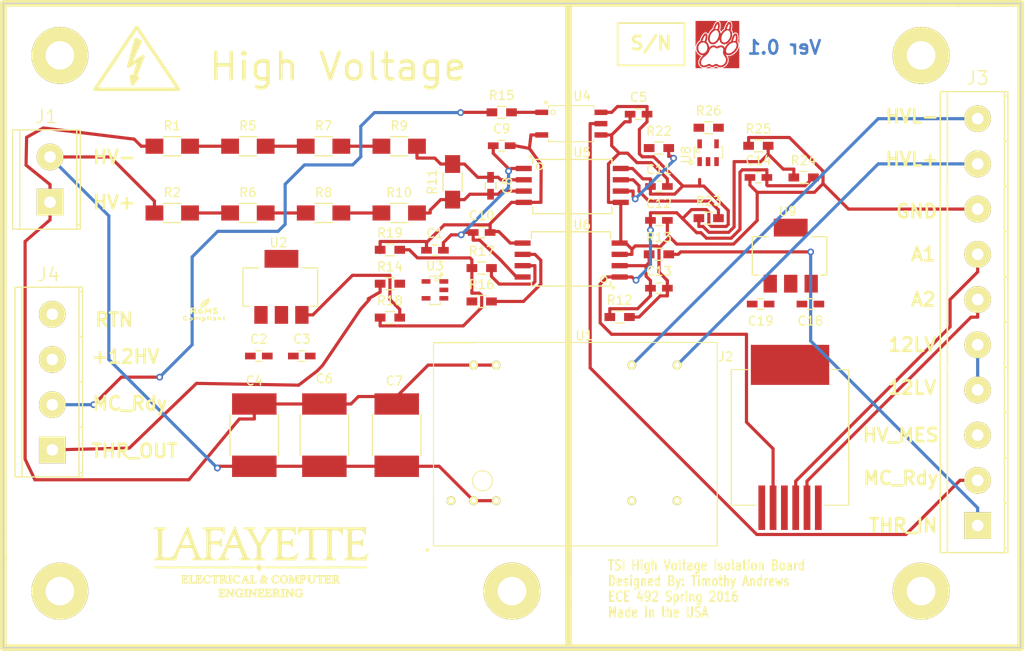
<source format=kicad_pcb>
(kicad_pcb (version 4) (host pcbnew "(2015-08-05 BZR 6055, Git fa29c62)-product")
  (layers (0 F.Cu signal) (31 B.Cu signal) (34 B.Paste user) (35 F.Paste user) (36 B.SilkS user) (37 F.SilkS user) (38 B.Mask user) (39 F.Mask user) (44 Edge.Cuts user))
  (net 0 "")
  (net 1 /+12HV)
  (net 2 /RTN)
  (net 3 /+5HV)
  (net 4 /GND)
  (net 5 "Net-(C8-Pad1)")
  (net 6 "Net-(C8-Pad2)")
  (net 7 /+5LV)
  (net 8 "Net-(C13-Pad1)")
  (net 9 /24MC_RDYLV)
  (net 10 /+12LV)
  (net 11 /A2_LV)
  (net 12 /A1_LV)
  (net 13 /Throttle_IN)
  (net 14 /24MC_RDYHV)
  (net 15 /Throttle_OUT)
  (net 16 /HV+)
  (net 17 /HV-)
  (net 18 "Net-(R1-Pad2)")
  (net 19 "Net-(R2-Pad2)")
  (net 20 "Net-(R17-Pad2)")
  (net 21 "Net-(R5-Pad2)")
  (net 22 "Net-(R6-Pad2)")
  (net 23 "Net-(R7-Pad2)")
  (net 24 "Net-(R10-Pad1)")
  (net 25 /HV_MES)
  (net 26 "Net-(R15-Pad2)")
  (net 27 "Net-(R16-Pad2)")
  (net 28 /HV_LED-)
  (net 29 /HV_LED+)
  (net 30 "Net-(R14-Pad2)")
  (net 31 "Net-(R17-Pad1)")
  (net 32 "Net-(R22-Pad1)")
  (net 33 "Net-(R22-Pad2)")
  (net 34 "Net-(R23-Pad1)")
  (net 35 "Net-(R23-Pad2)")
  (net 36 "Net-(J2-Pad6)")
  (net 37 "Net-(J2-Pad1)")
  (net 38 "Net-(R14-Pad1)")
  (net 39 "Net-(R16-Pad1)")
  (net 40 "Net-(U1-Pad1)")
  (net 41 "Net-(U1-Pad9)")
  (net 42 "Net-(U1-Pad11)")
  (module Mounting_Holes:MountingHole_3.2mm_M3_Pad (layer F.Cu) (at 82.677 110.49)
    (fp_text reference U17)
    (fp_text value place_holder)
    (pad 1 thru_hole circle (at 0 0) (size 6.4 6.4) (drill 3.2) (layers *.Cu *.Mask F.SilkS))
  )
  (module Mounting_Holes:MountingHole_3.2mm_M3_Pad (layer F.Cu) (at 128.651 110.49)
    (fp_text reference U21)
    (fp_text value place_holder)
    (pad ~ thru_hole circle (at 0 0) (size 6.4 6.4) (drill 3.2) (layers *.Cu *.Mask F.SilkS))
  )
  (module Mounting_Holes:MountingHole_3.2mm_M3_Pad (layer F.Cu) (at 128.651 50.292)
    (fp_text reference U16)
    (fp_text value place_holder)
    (pad 1 thru_hole circle (at 0 0) (size 6.4 6.4) (drill 3.2) (layers *.Cu *.Mask F.SilkS))
  )
  (module Capacitors_SMD:C_0603_HandSoldering (layer F.Cu) (at 74.019 72.192)
    (fp_text reference C1 (at 0 -1.9) (layer F.SilkS))
    (fp_text value 0.1u)
    (pad 1 smd rect (at -0.95 0) (size 1.2 0.75) (layers F.Cu F.Paste F.Mask) (net 2 /RTN))
    (pad 2 smd rect (at 0.95 0) (size 1.2 0.75) (layers F.Cu F.Paste F.Mask) (net 3 /+5HV))
  )
  (module Capacitors_SMD:C_0603_HandSoldering (layer F.Cu) (at 54.229 84.074)
    (fp_text reference C2 (at 0 -1.9) (layer F.SilkS))
    (fp_text value 10u)
    (pad 1 smd rect (at -0.95 0) (size 1.2 0.75) (layers F.Cu F.Paste F.Mask) (net 1 /+12HV))
    (pad 2 smd rect (at 0.95 0) (size 1.2 0.75) (layers F.Cu F.Paste F.Mask) (net 2 /RTN))
  )
  (module Capacitors_SMD:C_0603_HandSoldering (layer F.Cu) (at 59.055 84.074)
    (fp_text reference C3 (at 0 -1.9) (layer F.SilkS))
    (fp_text value 22u)
    (pad 1 smd rect (at -0.95 0) (size 1.2 0.75) (layers F.Cu F.Paste F.Mask) (net 3 /+5HV))
    (pad 2 smd rect (at 0.95 0) (size 1.2 0.75) (layers F.Cu F.Paste F.Mask) (net 2 /RTN))
  )
  (module Capacitors_SMD:C_0603_HandSoldering (layer F.Cu) (at 96.901 56.896)
    (fp_text reference C5 (at 0 -1.9) (layer F.SilkS))
    (fp_text value 0.1u)
    (pad 1 smd rect (at -0.95 0) (size 1.2 0.75) (layers F.Cu F.Paste F.Mask) (net 4 /GND))
    (pad 2 smd rect (at 0.95 0) (size 1.2 0.75) (layers F.Cu F.Paste F.Mask) (net 7 /+5LV))
  )
  (module Capacitors_SMD:C_0603_HandSoldering (layer F.Cu) (at 80.269 64.942 270)
    (fp_text reference C8 (at 0 -1.9 270) (layer F.SilkS))
    (fp_text value 330p)
    (pad 1 smd rect (at -0.95 0 270) (size 1.2 0.75) (layers F.Cu F.Paste F.Mask) (net 5 "Net-(C8-Pad1)"))
    (pad 2 smd rect (at 0.95 0 270) (size 1.2 0.75) (layers F.Cu F.Paste F.Mask) (net 6 "Net-(C8-Pad2)"))
  )
  (module Capacitors_SMD:C_0603_HandSoldering (layer F.Cu) (at 81.519 60.442)
    (fp_text reference C9 (at 0 -1.9) (layer F.SilkS))
    (fp_text value 0.1u)
    (pad 1 smd rect (at -0.95 0) (size 1.2 0.75) (layers F.Cu F.Paste F.Mask) (net 3 /+5HV))
    (pad 2 smd rect (at 0.95 0) (size 1.2 0.75) (layers F.Cu F.Paste F.Mask) (net 2 /RTN))
  )
  (module Capacitors_SMD:C_0603_HandSoldering (layer F.Cu) (at 79.269 70.192)
    (fp_text reference C10 (at 0 -1.9) (layer F.SilkS))
    (fp_text value 0.1u)
    (pad 1 smd rect (at -0.95 0) (size 1.2 0.75) (layers F.Cu F.Paste F.Mask) (net 3 /+5HV))
    (pad 2 smd rect (at 0.95 0) (size 1.2 0.75) (layers F.Cu F.Paste F.Mask) (net 2 /RTN))
  )
  (module Capacitors_SMD:C_0603_HandSoldering (layer F.Cu) (at 99.187 65.024)
    (fp_text reference C11 (at 0 -1.9) (layer F.SilkS))
    (fp_text value 0.1u)
    (pad 1 smd rect (at -0.95 0) (size 1.2 0.75) (layers F.Cu F.Paste F.Mask) (net 7 /+5LV))
    (pad 2 smd rect (at 0.95 0) (size 1.2 0.75) (layers F.Cu F.Paste F.Mask) (net 4 /GND))
  )
  (module Capacitors_SMD:C_0603_HandSoldering (layer F.Cu) (at 99.187 68.834)
    (fp_text reference C12 (at 0 -1.9) (layer F.SilkS))
    (fp_text value 0.1u)
    (pad 1 smd rect (at -0.95 0) (size 1.2 0.75) (layers F.Cu F.Paste F.Mask) (net 7 /+5LV))
    (pad 2 smd rect (at 0.95 0) (size 1.2 0.75) (layers F.Cu F.Paste F.Mask) (net 4 /GND))
  )
  (module Capacitors_SMD:C_0603_HandSoldering (layer F.Cu) (at 99.187 76.454)
    (fp_text reference C13 (at 0 -1.9) (layer F.SilkS))
    (fp_text value 0.1u)
    (pad 1 smd rect (at -0.95 0) (size 1.2 0.75) (layers F.Cu F.Paste F.Mask) (net 8 "Net-(C13-Pad1)"))
    (pad 2 smd rect (at 0.95 0) (size 1.2 0.75) (layers F.Cu F.Paste F.Mask) (net 4 /GND))
  )
  (module Capacitors_SMD:C_0603_HandSoldering (layer F.Cu) (at 116.205 78.232 180)
    (fp_text reference C18 (at 0 -1.9 180) (layer F.SilkS))
    (fp_text value 10u)
    (pad 1 smd rect (at -0.95 0 180) (size 1.2 0.75) (layers F.Cu F.Paste F.Mask) (net 10 /+12LV))
    (pad 2 smd rect (at 0.95 0 180) (size 1.2 0.75) (layers F.Cu F.Paste F.Mask) (net 4 /GND))
  )
  (module Capacitors_SMD:C_0603_HandSoldering (layer F.Cu) (at 110.617 78.232 180)
    (fp_text reference C19 (at 0 -1.9 180) (layer F.SilkS))
    (fp_text value 22u)
    (pad 1 smd rect (at -0.95 0 180) (size 1.2 0.75) (layers F.Cu F.Paste F.Mask) (net 7 /+5LV))
    (pad 2 smd rect (at 0.95 0 180) (size 1.2 0.75) (layers F.Cu F.Paste F.Mask) (net 4 /GND))
  )
  (module Resistors_SMD:R_1206_HandSoldering (layer F.Cu) (at 44.5 60.5)
    (fp_text reference R1 (at 0 -2.3) (layer F.SilkS))
    (fp_text value 10k)
    (pad 1 smd rect (at -2 0) (size 2 1.7) (layers F.Cu F.Paste F.Mask) (net 16 /HV+))
    (pad 2 smd rect (at 2 0) (size 2 1.7) (layers F.Cu F.Paste F.Mask) (net 18 "Net-(R1-Pad2)"))
  )
  (module Resistors_SMD:R_1206_HandSoldering (layer F.Cu) (at 44.5 68)
    (fp_text reference R2 (at 0 -2.3) (layer F.SilkS))
    (fp_text value 10k)
    (pad 1 smd rect (at -2 0) (size 2 1.7) (layers F.Cu F.Paste F.Mask) (net 17 /HV-))
    (pad 2 smd rect (at 2 0) (size 2 1.7) (layers F.Cu F.Paste F.Mask) (net 19 "Net-(R2-Pad2)"))
  )
  (module Resistors_SMD:R_1206_HandSoldering (layer F.Cu) (at 53 60.5)
    (fp_text reference R5 (at 0 -2.3) (layer F.SilkS))
    (fp_text value 10k)
    (pad 1 smd rect (at -2 0) (size 2 1.7) (layers F.Cu F.Paste F.Mask) (net 18 "Net-(R1-Pad2)"))
    (pad 2 smd rect (at 2 0) (size 2 1.7) (layers F.Cu F.Paste F.Mask) (net 21 "Net-(R5-Pad2)"))
  )
  (module Resistors_SMD:R_1206_HandSoldering (layer F.Cu) (at 53 68)
    (fp_text reference R6 (at 0 -2.3) (layer F.SilkS))
    (fp_text value 10k)
    (pad 1 smd rect (at -2 0) (size 2 1.7) (layers F.Cu F.Paste F.Mask) (net 19 "Net-(R2-Pad2)"))
    (pad 2 smd rect (at 2 0) (size 2 1.7) (layers F.Cu F.Paste F.Mask) (net 22 "Net-(R6-Pad2)"))
  )
  (module Resistors_SMD:R_1206_HandSoldering (layer F.Cu) (at 61.5 60.5)
    (fp_text reference R7 (at 0 -2.3) (layer F.SilkS))
    (fp_text value 10k)
    (pad 1 smd rect (at -2 0) (size 2 1.7) (layers F.Cu F.Paste F.Mask) (net 21 "Net-(R5-Pad2)"))
    (pad 2 smd rect (at 2 0) (size 2 1.7) (layers F.Cu F.Paste F.Mask) (net 23 "Net-(R7-Pad2)"))
  )
  (module Resistors_SMD:R_1206_HandSoldering (layer F.Cu) (at 61.5 68)
    (fp_text reference R8 (at 0 -2.3) (layer F.SilkS))
    (fp_text value 10k)
    (pad 1 smd rect (at -2 0) (size 2 1.7) (layers F.Cu F.Paste F.Mask) (net 22 "Net-(R6-Pad2)"))
    (pad 2 smd rect (at 2 0) (size 2 1.7) (layers F.Cu F.Paste F.Mask) (net 24 "Net-(R10-Pad1)"))
  )
  (module Resistors_SMD:R_1206_HandSoldering (layer F.Cu) (at 70 60.5)
    (fp_text reference R9 (at 0 -2.3) (layer F.SilkS))
    (fp_text value 10k)
    (pad 1 smd rect (at -2 0) (size 2 1.7) (layers F.Cu F.Paste F.Mask) (net 23 "Net-(R7-Pad2)"))
    (pad 2 smd rect (at 2 0) (size 2 1.7) (layers F.Cu F.Paste F.Mask) (net 5 "Net-(C8-Pad1)"))
  )
  (module Resistors_SMD:R_1206_HandSoldering (layer F.Cu) (at 70 68)
    (fp_text reference R10 (at 0 -2.3) (layer F.SilkS))
    (fp_text value 10k)
    (pad 1 smd rect (at -2 0) (size 2 1.7) (layers F.Cu F.Paste F.Mask) (net 24 "Net-(R10-Pad1)"))
    (pad 2 smd rect (at 2 0) (size 2 1.7) (layers F.Cu F.Paste F.Mask) (net 6 "Net-(C8-Pad2)"))
  )
  (module Resistors_SMD:R_1206_HandSoldering (layer F.Cu) (at 76 64.5 90)
    (fp_text reference R11 (at 0 -2.3 90) (layer F.SilkS))
    (fp_text value 120)
    (pad 1 smd rect (at -2 0 90) (size 2 1.7) (layers F.Cu F.Paste F.Mask) (net 6 "Net-(C8-Pad2)"))
    (pad 2 smd rect (at 2 0 90) (size 2 1.7) (layers F.Cu F.Paste F.Mask) (net 5 "Net-(C8-Pad1)"))
  )
  (module Resistors_SMD:R_0603_HandSoldering (layer F.Cu) (at 94.769 79.692)
    (fp_text reference R12 (at 0 -1.9) (layer F.SilkS))
    (fp_text value 2k)
    (pad 1 smd rect (at -1.1 0) (size 1.2 0.9) (layers F.Cu F.Paste F.Mask) (net 8 "Net-(C13-Pad1)"))
    (pad 2 smd rect (at 1.1 0) (size 1.2 0.9) (layers F.Cu F.Paste F.Mask) (net 4 /GND))
  )
  (module Resistors_SMD:R_0603_HandSoldering (layer F.Cu) (at 99.187 72.644)
    (fp_text reference R13 (at 0 -1.9) (layer F.SilkS))
    (fp_text value 3k)
    (pad 1 smd rect (at -1.1 0) (size 1.2 0.9) (layers F.Cu F.Paste F.Mask) (net 8 "Net-(C13-Pad1)"))
    (pad 2 smd rect (at 1.1 0) (size 1.2 0.9) (layers F.Cu F.Paste F.Mask) (net 13 /Throttle_IN))
  )
  (module Resistors_SMD:R_0603_HandSoldering (layer F.Cu) (at 81.519 56.692)
    (fp_text reference R15 (at 0 -1.9) (layer F.SilkS))
    (fp_text value 20k)
    (pad 1 smd rect (at -1.1 0) (size 1.2 0.9) (layers F.Cu F.Paste F.Mask) (net 14 /24MC_RDYHV))
    (pad 2 smd rect (at 1.1 0) (size 1.2 0.9) (layers F.Cu F.Paste F.Mask) (net 26 "Net-(R15-Pad2)"))
  )
  (module Resistors_SMD:R_0603_HandSoldering (layer F.Cu) (at 79.269 77.942)
    (fp_text reference R16 (at 0 -1.9) (layer F.SilkS))
    (fp_text value 1k)
    (pad 1 smd rect (at -1.1 0) (size 1.2 0.9) (layers F.Cu F.Paste F.Mask) (net 30 "Net-(R14-Pad2)"))
    (pad 2 smd rect (at 1.1 0) (size 1.2 0.9) (layers F.Cu F.Paste F.Mask) (net 27 "Net-(R16-Pad2)"))
  )
  (module custom:SOT-223_cus (layer F.Cu) (at 56.769 73.152)
    (fp_text reference U2 (at -0.33528 -1.81648) (layer F.SilkS))
    (fp_text value AZ1117CH-5.0TRG1)
    (pad 1 smd rect (at -2.3 6.3) (size 1.5 2) (layers F.Cu F.Paste F.Mask) (net 2 /RTN))
    (pad 3 smd rect (at 2.3 6.3) (size 1.5 2) (layers F.Cu F.Paste F.Mask) (net 1 /+12HV))
    (pad 4 smd rect (at 0 0) (size 3.8 2) (layers F.Cu F.Paste F.Mask))
    (pad 2 smd rect (at 0 6.3) (size 1.5 2) (layers F.Cu F.Paste F.Mask) (net 3 /+5HV))
  )
  (module custom:amc1100_SOIC (layer F.Cu) (at 84 63)
    (fp_text reference U5 (at 6.551 -1.786) (layer F.SilkS))
    (fp_text value AMC1100DWVR)
    (pad 8 smd rect (at 10.9 0) (size 1.8 0.6) (layers F.Cu F.Paste F.Mask) (net 7 /+5LV))
    (pad 7 smd rect (at 10.9 1.27) (size 1.8 0.6) (layers F.Cu F.Paste F.Mask) (net 35 "Net-(R23-Pad2)"))
    (pad 6 smd rect (at 10.9 2.54) (size 1.8 0.6) (layers F.Cu F.Paste F.Mask) (net 33 "Net-(R22-Pad2)"))
    (pad 5 smd rect (at 10.9 3.81) (size 1.8 0.6) (layers F.Cu F.Paste F.Mask) (net 4 /GND))
    (pad 4 smd rect (at 0 3.81) (size 1.8 0.6) (layers F.Cu F.Paste F.Mask) (net 2 /RTN))
    (pad 3 smd rect (at 0 2.54) (size 1.8 0.6) (layers F.Cu F.Paste F.Mask) (net 6 "Net-(C8-Pad2)"))
    (pad 2 smd rect (at 0 1.27) (size 1.8 0.6) (layers F.Cu F.Paste F.Mask) (net 5 "Net-(C8-Pad1)"))
    (pad 1 smd rect (at 0 0) (size 1.8 0.6) (layers F.Cu F.Paste F.Mask) (net 3 /+5HV))
  )
  (module custom:amc1100_SOIC (layer F.Cu) (at 94.769 75.192 180)
    (fp_text reference U6 (at 4.218 5.85 180) (layer F.SilkS))
    (fp_text value ACPL-C870)
    (pad 8 smd rect (at 10.9 0 180) (size 1.8 0.6) (layers F.Cu F.Paste F.Mask) (net 3 /+5HV))
    (pad 7 smd rect (at 10.9 1.27 180) (size 1.8 0.6) (layers F.Cu F.Paste F.Mask) (net 31 "Net-(R17-Pad1)"))
    (pad 6 smd rect (at 10.9 2.54 180) (size 1.8 0.6) (layers F.Cu F.Paste F.Mask) (net 39 "Net-(R16-Pad1)"))
    (pad 5 smd rect (at 10.9 3.81 180) (size 1.8 0.6) (layers F.Cu F.Paste F.Mask) (net 2 /RTN))
    (pad 4 smd rect (at 0 3.81 180) (size 1.8 0.6) (layers F.Cu F.Paste F.Mask) (net 4 /GND))
    (pad 3 smd rect (at 0 2.54 180) (size 1.8 0.6) (layers F.Cu F.Paste F.Mask) (net 4 /GND))
    (pad 2 smd rect (at 0 1.27 180) (size 1.8 0.6) (layers F.Cu F.Paste F.Mask) (net 8 "Net-(C13-Pad1)"))
    (pad 1 smd rect (at 0 0 180) (size 1.8 0.6) (layers F.Cu F.Paste F.Mask) (net 7 /+5LV))
  )
  (module custom:lafLogo (layer F.Cu) (at 105.759 49.072)
    (fp_text reference U11 hide)
    (fp_text value place_holder hide)
    (fp_poly (pts (xy 2.45618 -2.64922) (xy 2.45364 -1.34366) (xy 2.45364 -1.1684) (xy 2.45364 -1.00838) (xy 2.45364 -0.8636) (xy 2.45364 -0.7366) (xy 2.45364 -0.61976) (xy 2.45364 -0.51816) (xy 2.45364 -0.42926) (xy 2.45364 -0.35306) (xy 2.4511 -0.28702) (xy 2.4511 -0.23114) (xy 2.4511 -0.18542) (xy 2.4511 -0.14986) (xy 2.44856 -0.12192) (xy 2.44856 -0.10414) (xy 2.44602 -0.09144) (xy 2.44602 -0.08382) (xy 2.44348 -0.08382) (xy 2.44348 -0.0889) (xy 2.44348 -0.0889) (xy 2.4257 -0.14986) (xy 2.40284 -0.21082) (xy 2.37744 -0.26416) (xy 2.35204 -0.30734) (xy 2.3368 -0.32512) (xy 2.32918 -0.33528) (xy 2.32664 -0.34544) (xy 2.32664 -0.35814) (xy 2.32918 -0.381) (xy 2.3368 -0.41402) (xy 2.35458 -0.5207) (xy 2.36728 -0.62992) (xy 2.36982 -0.74422) (xy 2.36728 -0.85598) (xy 2.35712 -0.96266) (xy 2.3368 -1.05664) (xy 2.3368 -1.06172) (xy 2.30886 -1.14808) (xy 2.27076 -1.2192) (xy 2.22504 -1.27762) (xy 2.1717 -1.3208) (xy 2.14376 -1.33604) (xy 2.11582 -1.34874) (xy 2.08788 -1.35636) (xy 2.0574 -1.3589) (xy 2.02438 -1.3589) (xy 1.98628 -1.3589) (xy 1.9558 -1.35636) (xy 1.93294 -1.34874) (xy 1.90246 -1.33604) (xy 1.89484 -1.33096) (xy 1.83642 -1.29286) (xy 1.80086 -1.25984) (xy 1.76276 -1.21666) (xy 1.7526 -1.28016) (xy 1.7272 -1.39192) (xy 1.6891 -1.50114) (xy 1.6383 -1.59766) (xy 1.63576 -1.60528) (xy 1.6002 -1.65862) (xy 1.61798 -1.71704) (xy 1.63322 -1.778) (xy 1.64592 -1.83134) (xy 1.65354 -1.88468) (xy 1.65862 -1.93802) (xy 1.66116 -1.99898) (xy 1.6637 -2.0701) (xy 1.6637 -2.10058) (xy 1.66116 -2.19964) (xy 1.65608 -2.28346) (xy 1.64846 -2.35458) (xy 1.63322 -2.41554) (xy 1.61544 -2.46634) (xy 1.59004 -2.50952) (xy 1.5621 -2.54762) (xy 1.53924 -2.56794) (xy 1.50114 -2.60096) (xy 1.46304 -2.62128) (xy 1.4224 -2.63398) (xy 1.3716 -2.6416) (xy 1.3335 -2.6416) (xy 1.28016 -2.63906) (xy 1.2319 -2.6289) (xy 1.18872 -2.61112) (xy 1.15062 -2.58064) (xy 1.10998 -2.54) (xy 1.0668 -2.48666) (xy 1.04902 -2.4638) (xy 0.9652 -2.33426) (xy 0.89154 -2.1971) (xy 0.82804 -2.05994) (xy 0.77978 -1.92024) (xy 0.762 -1.86436) (xy 0.75184 -1.82626) (xy 0.74422 -1.79578) (xy 0.7366 -1.77292) (xy 0.73406 -1.7653) (xy 0.67818 -1.72212) (xy 0.61468 -1.66878) (xy 0.55118 -1.61036) (xy 0.49022 -1.54686) (xy 0.45212 -1.50368) (xy 0.40894 -1.45288) (xy 0.37592 -1.524) (xy 0.35814 -1.55956) (xy 0.34036 -1.59258) (xy 0.32512 -1.61798) (xy 0.32004 -1.6256) (xy 0.29972 -1.65354) (xy 0.3175 -1.72974) (xy 0.34036 -1.82626) (xy 0.3556 -1.9304) (xy 0.36322 -2.03708) (xy 0.36322 -2.14122) (xy 0.35814 -2.24282) (xy 0.34798 -2.3368) (xy 0.3302 -2.41808) (xy 0.32512 -2.43332) (xy 0.29718 -2.49682) (xy 0.26162 -2.55016) (xy 0.22098 -2.58572) (xy 0.18034 -2.61366) (xy 0.1397 -2.6289) (xy 0.09652 -2.63906) (xy 0.04318 -2.6416) (xy 0.03048 -2.6416) (xy -0.02032 -2.63906) (xy -0.0635 -2.63144) (xy -0.10414 -2.61366) (xy -0.14224 -2.58826) (xy -0.18034 -2.5527) (xy -0.22098 -2.50698) (xy -0.26416 -2.44602) (xy -0.28956 -2.41046) (xy -0.3556 -2.30378) (xy -0.41402 -2.18948) (xy -0.46736 -2.07264) (xy -0.51054 -1.95834) (xy -0.54356 -1.84912) (xy -0.5461 -1.83642) (xy -0.56134 -1.77038) (xy -0.61722 -1.7272) (xy -0.70612 -1.65608) (xy -0.78994 -1.56972) (xy -0.87122 -1.4732) (xy -0.94488 -1.3716) (xy -1.00838 -1.26746) (xy -1.016 -1.24968) (xy -1.05664 -1.17348) (xy -1.07188 -1.20142) (xy -1.1049 -1.25222) (xy -1.15316 -1.2954) (xy -1.20904 -1.33096) (xy -1.27 -1.35382) (xy -1.30556 -1.36144) (xy -1.36144 -1.36144) (xy -1.41478 -1.35128) (xy -1.46304 -1.33096) (xy -1.51384 -1.30048) (xy -1.56464 -1.25476) (xy -1.61798 -1.1938) (xy -1.6764 -1.12014) (xy -1.70942 -1.07188) (xy -1.79324 -0.9398) (xy -1.86436 -0.80518) (xy -1.92024 -0.67056) (xy -1.96088 -0.5461) (xy -1.99136 -0.4445) (xy -2.03454 -0.4191) (xy -2.06502 -0.39878) (xy -2.10058 -0.3683) (xy -2.14122 -0.3302) (xy -2.18186 -0.28956) (xy -2.2225 -0.24892) (xy -2.25552 -0.20828) (xy -2.27838 -0.18034) (xy -2.34188 -0.06858) (xy -2.39268 0.05334) (xy -2.43078 0.1778) (xy -2.43332 0.19558) (xy -2.44094 0.24384) (xy -2.44602 0.3048) (xy -2.44856 0.37084) (xy -2.44602 0.44196) (xy -2.44348 0.508) (xy -2.4384 0.56896) (xy -2.43078 0.61976) (xy -2.43078 0.62738) (xy -2.39776 0.74422) (xy -2.3495 0.85344) (xy -2.29108 0.95504) (xy -2.2225 1.04648) (xy -2.14122 1.12522) (xy -2.06248 1.18364) (xy -2.01676 1.21158) (xy -1.96088 1.23952) (xy -1.905 1.26238) (xy -1.8542 1.28016) (xy -1.84404 1.2827) (xy -1.82118 1.28778) (xy -1.86944 1.3462) (xy -1.94564 1.44018) (xy -2.00914 1.5367) (xy -2.05994 1.63576) (xy -2.10058 1.7399) (xy -2.12344 1.81864) (xy -2.13614 1.88976) (xy -2.14376 1.9685) (xy -2.1463 2.04724) (xy -2.14122 2.12344) (xy -2.12852 2.18948) (xy -2.12598 2.19456) (xy -2.09296 2.29108) (xy -2.0447 2.37744) (xy -1.98374 2.45618) (xy -1.91262 2.52222) (xy -1.83134 2.57556) (xy -1.7399 2.6162) (xy -1.69418 2.63144) (xy -1.65862 2.6416) (xy -1.63068 2.64922) (xy -1.61036 2.65176) (xy -1.6129 2.6543) (xy -1.63322 2.6543) (xy -1.66624 2.6543) (xy -1.71196 2.6543) (xy -1.76784 2.65684) (xy -1.83388 2.65684) (xy -1.91008 2.65684) (xy -1.99136 2.65684) (xy -2.02184 2.65684) (xy -2.45618 2.65938) (xy -2.45618 0.00508) (xy -2.45618 -2.64922) (xy 0 -2.64922) (xy 2.45618 -2.64922) (xy 2.45618 -2.64922)) (layer F.Cu) (width 0.00254))
    (fp_poly (pts (xy 0.19812 2.64922) (xy 0.19558 2.65176) (xy 0.18542 2.65176) (xy 0.17018 2.6543) (xy 0.14478 2.6543) (xy 0.11176 2.6543) (xy 0.06858 2.65684) (xy 0.01524 2.65684) (xy -0.0508 2.65684) (xy -0.12954 2.65684) (xy -0.22352 2.65684) (xy -0.32766 2.65684) (xy -0.44958 2.65684) (xy -0.5715 2.65684) (xy -0.70866 2.65684) (xy -0.82804 2.65684) (xy -0.93472 2.65684) (xy -1.02616 2.65684) (xy -1.10236 2.65684) (xy -1.1684 2.65684) (xy -1.2192 2.6543) (xy -1.26238 2.6543) (xy -1.29286 2.6543) (xy -1.31572 2.65176) (xy -1.33096 2.65176) (xy -1.33858 2.64922) (xy -1.33858 2.64922) (xy -1.33096 2.64668) (xy -1.32842 2.64668) (xy -1.27762 2.63398) (xy -1.22682 2.61874) (xy -1.17094 2.59842) (xy -1.10998 2.57048) (xy -1.04902 2.54254) (xy -0.93218 2.48666) (xy -0.89154 2.52222) (xy -0.8255 2.57048) (xy -0.7493 2.6035) (xy -0.66294 2.62636) (xy -0.56896 2.63398) (xy -0.56642 2.63398) (xy -0.4826 2.6289) (xy -0.40132 2.61112) (xy -0.32258 2.58318) (xy -0.23876 2.54) (xy -0.19812 2.5146) (xy -0.14478 2.47904) (xy -0.09906 2.5146) (xy -0.00508 2.57556) (xy 0.09398 2.61874) (xy 0.18542 2.64668) (xy 0.19304 2.64668) (xy 0.19812 2.64922) (xy 0.19812 2.64922)) (layer F.Cu) (width 0.00254))
    (fp_poly (pts (xy 2.45618 2.65938) (xy 1.45288 2.65684) (xy 1.45288 1.40462) (xy 1.45034 1.39954) (xy 1.44272 1.39954) (xy 1.43002 1.40716) (xy 1.42748 1.43002) (xy 1.42748 1.43256) (xy 1.42748 1.45288) (xy 1.43256 1.45796) (xy 1.43764 1.44526) (xy 1.4478 1.42494) (xy 1.45288 1.40462) (xy 1.45288 2.65684) (xy 1.45034 2.65684) (xy 1.41986 2.65684) (xy 1.41986 1.42494) (xy 1.41224 1.42748) (xy 1.4097 1.43002) (xy 1.39954 1.4351) (xy 1.397 1.42748) (xy 1.397 1.41986) (xy 1.39192 1.40208) (xy 1.38176 1.397) (xy 1.3716 1.40716) (xy 1.36906 1.41732) (xy 1.36144 1.44018) (xy 1.3589 1.45034) (xy 1.3589 1.40208) (xy 1.35382 1.39954) (xy 1.33604 1.397) (xy 1.3335 1.397) (xy 1.31318 1.39954) (xy 1.3081 1.40208) (xy 1.31064 1.40462) (xy 1.31826 1.41478) (xy 1.31318 1.43256) (xy 1.31318 1.4351) (xy 1.30556 1.45288) (xy 1.30556 1.46304) (xy 1.3081 1.46304) (xy 1.31572 1.45542) (xy 1.32334 1.44018) (xy 1.32842 1.42748) (xy 1.32842 1.42494) (xy 1.33604 1.41224) (xy 1.34874 1.40462) (xy 1.3589 1.40208) (xy 1.3589 1.45034) (xy 1.35636 1.46304) (xy 1.3589 1.46304) (xy 1.36906 1.45288) (xy 1.37414 1.44272) (xy 1.38684 1.41732) (xy 1.38938 1.44272) (xy 1.39192 1.4605) (xy 1.397 1.46304) (xy 1.4097 1.45034) (xy 1.41986 1.4351) (xy 1.41986 1.42494) (xy 1.41986 2.65684) (xy 1.29794 2.65684) (xy 1.16078 2.65684) (xy 1.03886 2.65684) (xy 0.92964 2.65684) (xy 0.8382 2.65684) (xy 0.75692 2.65684) (xy 0.68834 2.65684) (xy 0.63246 2.6543) (xy 0.58674 2.6543) (xy 0.55118 2.6543) (xy 0.52578 2.65176) (xy 0.50546 2.65176) (xy 0.4953 2.64922) (xy 0.49276 2.64922) (xy 0.4953 2.64668) (xy 0.50038 2.64668) (xy 0.61722 2.61366) (xy 0.72898 2.56794) (xy 0.83312 2.50698) (xy 0.93218 2.43078) (xy 1.0033 2.3622) (xy 1.07696 2.27584) (xy 1.13792 2.18186) (xy 1.18618 2.08026) (xy 1.22682 1.9685) (xy 1.23444 1.94056) (xy 1.24206 1.905) (xy 1.24968 1.87706) (xy 1.25222 1.84658) (xy 1.25476 1.81102) (xy 1.2573 1.7653) (xy 1.2573 1.71958) (xy 1.25476 1.64338) (xy 1.25222 1.57734) (xy 1.24206 1.52146) (xy 1.22682 1.46812) (xy 1.2065 1.41224) (xy 1.18872 1.37414) (xy 1.17602 1.34366) (xy 1.16586 1.3208) (xy 1.16078 1.3081) (xy 1.16078 1.3081) (xy 1.1684 1.30556) (xy 1.18872 1.30556) (xy 1.2192 1.30302) (xy 1.2319 1.30302) (xy 1.34112 1.2954) (xy 1.45542 1.27254) (xy 1.56972 1.23444) (xy 1.68402 1.18364) (xy 1.79832 1.1176) (xy 1.84658 1.08458) (xy 1.89484 1.04902) (xy 1.95072 1.00076) (xy 2.00914 0.94488) (xy 2.06756 0.88646) (xy 2.1209 0.82804) (xy 2.16916 0.77216) (xy 2.2098 0.7239) (xy 2.21234 0.71882) (xy 2.29362 0.59436) (xy 2.35712 0.46736) (xy 2.40792 0.34036) (xy 2.4384 0.2286) (xy 2.45364 0.14732) (xy 2.45364 1.40462) (xy 2.45618 2.65938) (xy 2.45618 2.65938)) (layer F.Cu) (width 0.00254))
    (fp_poly (pts (xy 2.35712 0.07112) (xy 2.35204 0.12954) (xy 2.34696 0.18034) (xy 2.34188 0.20828) (xy 2.33426 0.24384) (xy 2.32156 0.28702) (xy 2.30632 0.33274) (xy 2.30378 0.3429) (xy 2.25298 0.45974) (xy 2.18694 0.57658) (xy 2.1463 0.63754) (xy 2.1463 0.0635) (xy 2.1463 0.01524) (xy 2.14376 -0.01778) (xy 2.14122 -0.04318) (xy 2.13614 -0.0635) (xy 2.13106 -0.08382) (xy 2.12598 -0.0889) (xy 2.09296 -0.14478) (xy 2.07264 -0.1651) (xy 2.07264 -0.7747) (xy 2.0701 -0.79756) (xy 2.06756 -0.84074) (xy 2.05994 -0.88646) (xy 2.05232 -0.93218) (xy 2.0447 -0.97282) (xy 2.03708 -1.00838) (xy 2.02946 -1.03378) (xy 2.02438 -1.04394) (xy 2.01676 -1.0414) (xy 2.00406 -1.02616) (xy 1.98374 -0.99822) (xy 1.96342 -0.96266) (xy 1.93802 -0.91948) (xy 1.91262 -0.87122) (xy 1.88976 -0.82042) (xy 1.86436 -0.76962) (xy 1.84404 -0.71882) (xy 1.82626 -0.6731) (xy 1.82626 -0.67056) (xy 1.80594 -0.60706) (xy 1.78816 -0.53848) (xy 1.77038 -0.45974) (xy 1.75768 -0.3937) (xy 1.7526 -0.36576) (xy 1.79832 -0.37846) (xy 1.82626 -0.38354) (xy 1.86436 -0.38608) (xy 1.90754 -0.38862) (xy 1.9304 -0.38862) (xy 2.02184 -0.38862) (xy 2.03962 -0.4699) (xy 2.05994 -0.57658) (xy 2.0701 -0.67818) (xy 2.07264 -0.7747) (xy 2.07264 -0.1651) (xy 2.04724 -0.18796) (xy 2.01168 -0.21082) (xy 1.96596 -0.22606) (xy 1.90754 -0.23622) (xy 1.84658 -0.23622) (xy 1.78054 -0.23114) (xy 1.7399 -0.22098) (xy 1.6383 -0.18542) (xy 1.53924 -0.13716) (xy 1.44526 -0.07366) (xy 1.35128 -0.00254) (xy 1.26746 0.08128) (xy 1.18872 0.17018) (xy 1.1176 0.26416) (xy 1.05918 0.36322) (xy 1.01346 0.46482) (xy 0.98044 0.56642) (xy 0.9652 0.64516) (xy 0.96266 0.72136) (xy 0.97028 0.79248) (xy 0.99314 0.85598) (xy 1.02616 0.90932) (xy 1.0668 0.94996) (xy 1.12014 0.98044) (xy 1.13284 0.98552) (xy 1.17856 0.99568) (xy 1.23444 0.99822) (xy 1.2954 0.99568) (xy 1.35382 0.98806) (xy 1.37922 0.98298) (xy 1.48082 0.94742) (xy 1.57988 0.89662) (xy 1.6764 0.83312) (xy 1.77038 0.75692) (xy 1.85674 0.6731) (xy 1.93802 0.57912) (xy 2.0066 0.48006) (xy 2.06756 0.37592) (xy 2.11328 0.26924) (xy 2.11836 0.254) (xy 2.13106 0.21844) (xy 2.13868 0.1905) (xy 2.14376 0.16256) (xy 2.1463 0.13208) (xy 2.1463 0.09144) (xy 2.1463 0.0635) (xy 2.1463 0.63754) (xy 2.11074 0.69088) (xy 2.02184 0.79756) (xy 1.92278 0.89408) (xy 1.8161 0.98298) (xy 1.70688 1.05918) (xy 1.61798 1.10744) (xy 1.55956 1.13538) (xy 1.49352 1.15824) (xy 1.4224 1.1811) (xy 1.3589 1.19634) (xy 1.31826 1.20142) (xy 1.22428 1.2065) (xy 1.13538 1.19634) (xy 1.0541 1.17348) (xy 0.98044 1.13792) (xy 0.91694 1.08966) (xy 0.89916 1.07442) (xy 0.89154 1.06934) (xy 0.889 1.06934) (xy 0.89408 1.0795) (xy 0.90678 1.09982) (xy 0.92456 1.12776) (xy 0.94996 1.16332) (xy 0.96774 1.19126) (xy 1.02362 1.27508) (xy 1.0668 1.34874) (xy 1.09982 1.41478) (xy 1.12522 1.48082) (xy 1.14554 1.54432) (xy 1.15824 1.61036) (xy 1.16078 1.6383) (xy 1.16586 1.73736) (xy 1.15316 1.8415) (xy 1.1303 1.94564) (xy 1.0922 2.04978) (xy 1.04394 2.1463) (xy 0.98298 2.2352) (xy 0.97536 2.24536) (xy 0.95758 2.26568) (xy 0.95758 1.71704) (xy 0.95504 1.66116) (xy 0.94996 1.6129) (xy 0.93726 1.56464) (xy 0.92202 1.51638) (xy 0.89662 1.46558) (xy 0.8636 1.40716) (xy 0.82296 1.34112) (xy 0.78994 1.29032) (xy 0.74168 1.22174) (xy 0.70612 1.16078) (xy 0.67818 1.10744) (xy 0.65786 1.05918) (xy 0.64262 1.01346) (xy 0.64008 0.99568) (xy 0.63246 0.94742) (xy 0.62738 0.9017) (xy 0.62992 0.85598) (xy 0.635 0.8001) (xy 0.6477 0.73406) (xy 0.6477 0.72644) (xy 0.6604 0.6604) (xy 0.66548 0.60452) (xy 0.66548 0.55626) (xy 0.65532 0.51562) (xy 0.64262 0.47244) (xy 0.635 0.45974) (xy 0.59944 0.40132) (xy 0.55118 0.35306) (xy 0.4953 0.32004) (xy 0.4318 0.30226) (xy 0.36322 0.29972) (xy 0.3175 0.3048) (xy 0.28702 0.31242) (xy 0.24638 0.32766) (xy 0.19558 0.34798) (xy 0.14224 0.37338) (xy 0.07366 0.40386) (xy 0.01778 0.42672) (xy -0.03302 0.43688) (xy -0.0762 0.43942) (xy -0.11684 0.4318) (xy -0.15748 0.41656) (xy -0.19812 0.38862) (xy -0.20574 0.38608) (xy -0.254 0.35052) (xy -0.29464 0.32766) (xy -0.33274 0.31242) (xy -0.3683 0.3048) (xy -0.40894 0.30226) (xy -0.42672 0.30226) (xy -0.4699 0.30226) (xy -0.50292 0.30734) (xy -0.5334 0.31496) (xy -0.55626 0.32258) (xy -0.635 0.36068) (xy -0.70358 0.4064) (xy -0.762 0.45974) (xy -0.81788 0.5207) (xy -0.8636 0.59182) (xy -0.89916 0.67056) (xy -0.91948 0.7239) (xy -0.94234 0.78994) (xy -0.96774 0.84836) (xy -0.99568 0.90424) (xy -1.0287 0.95758) (xy -1.0668 1.01092) (xy -1.11252 1.06426) (xy -1.14046 1.08966) (xy -1.14046 0.3556) (xy -1.14046 0.3048) (xy -1.143 0.2667) (xy -1.14554 0.23368) (xy -1.15062 0.20574) (xy -1.15824 0.1778) (xy -1.16332 0.15748) (xy -1.19126 0.0762) (xy -1.22428 0.01016) (xy -1.26746 -0.0508) (xy -1.31318 -0.1016) (xy -1.33096 -0.11684) (xy -1.33096 -0.94488) (xy -1.33096 -0.98298) (xy -1.33096 -1.01092) (xy -1.3335 -1.02108) (xy -1.33858 -1.0541) (xy -1.3716 -1.016) (xy -1.40716 -0.97536) (xy -1.44272 -0.92202) (xy -1.48336 -0.86106) (xy -1.52146 -0.8001) (xy -1.55702 -0.7366) (xy -1.58242 -0.68326) (xy -1.6002 -0.6477) (xy -1.61798 -0.60706) (xy -1.63576 -0.5588) (xy -1.65354 -0.51308) (xy -1.66878 -0.4699) (xy -1.68148 -0.4318) (xy -1.69164 -0.40386) (xy -1.69418 -0.39116) (xy -1.68656 -0.38862) (xy -1.6637 -0.38862) (xy -1.63322 -0.38608) (xy -1.60782 -0.38862) (xy -1.5494 -0.38862) (xy -1.50622 -0.38354) (xy -1.48082 -0.37846) (xy -1.44272 -0.3683) (xy -1.43002 -0.39878) (xy -1.41986 -0.4191) (xy -1.40716 -0.45212) (xy -1.39446 -0.48768) (xy -1.39446 -0.4953) (xy -1.3716 -0.56388) (xy -1.35382 -0.62992) (xy -1.34366 -0.69596) (xy -1.33604 -0.76962) (xy -1.33096 -0.84836) (xy -1.33096 -0.89662) (xy -1.33096 -0.94488) (xy -1.33096 -0.11684) (xy -1.37414 -0.15748) (xy -1.43764 -0.19812) (xy -1.50622 -0.22352) (xy -1.57988 -0.23622) (xy -1.6256 -0.23622) (xy -1.71196 -0.2286) (xy -1.79324 -0.20574) (xy -1.8669 -0.1651) (xy -1.93548 -0.11176) (xy -1.99898 -0.04318) (xy -2.05232 0.0381) (xy -2.08026 0.0889) (xy -2.10566 0.14732) (xy -2.12344 0.19812) (xy -2.13614 0.24892) (xy -2.14376 0.30226) (xy -2.1463 0.36576) (xy -2.1463 0.4064) (xy -2.1463 0.45974) (xy -2.14376 0.50038) (xy -2.14122 0.5334) (xy -2.13614 0.56388) (xy -2.12852 0.59436) (xy -2.12598 0.5969) (xy -2.09296 0.69088) (xy -2.04724 0.7747) (xy -1.99136 0.84582) (xy -1.92786 0.90678) (xy -1.85674 0.9525) (xy -1.79578 0.98044) (xy -1.7399 0.99314) (xy -1.6764 0.99822) (xy -1.61036 0.99568) (xy -1.55448 0.98806) (xy -1.5494 0.98552) (xy -1.46558 0.9525) (xy -1.38684 0.90424) (xy -1.31826 0.84074) (xy -1.25984 0.76708) (xy -1.20904 0.68072) (xy -1.17094 0.58674) (xy -1.15824 0.5461) (xy -1.15062 0.51308) (xy -1.14554 0.48006) (xy -1.143 0.4445) (xy -1.14046 0.39624) (xy -1.14046 0.3556) (xy -1.14046 1.08966) (xy -1.1684 1.12014) (xy -1.23444 1.1811) (xy -1.31064 1.24968) (xy -1.36652 1.2954) (xy -1.45034 1.36652) (xy -1.51892 1.42748) (xy -1.57988 1.48336) (xy -1.62814 1.53416) (xy -1.67132 1.57988) (xy -1.70434 1.6256) (xy -1.73482 1.67132) (xy -1.76276 1.71958) (xy -1.76784 1.73228) (xy -1.80086 1.80086) (xy -1.82118 1.86182) (xy -1.83388 1.92278) (xy -1.8415 1.98628) (xy -1.8415 2.0193) (xy -1.8415 2.06248) (xy -1.83896 2.09296) (xy -1.83642 2.11582) (xy -1.8288 2.13614) (xy -1.81864 2.16154) (xy -1.8161 2.16916) (xy -1.79832 2.20218) (xy -1.778 2.23266) (xy -1.76276 2.25298) (xy -1.73482 2.27838) (xy -1.69672 2.30378) (xy -1.65354 2.32664) (xy -1.6129 2.34188) (xy -1.60274 2.34442) (xy -1.56718 2.3495) (xy -1.52146 2.35204) (xy -1.46812 2.35204) (xy -1.41732 2.3495) (xy -1.3716 2.34442) (xy -1.35382 2.34188) (xy -1.32842 2.33172) (xy -1.29032 2.31902) (xy -1.2446 2.2987) (xy -1.19888 2.27838) (xy -1.17348 2.26568) (xy -1.11506 2.23774) (xy -1.0668 2.21488) (xy -1.0287 2.20218) (xy -0.99568 2.19202) (xy -0.96774 2.1844) (xy -0.93472 2.18186) (xy -0.90932 2.18186) (xy -0.86614 2.1844) (xy -0.83058 2.19202) (xy -0.79756 2.2098) (xy -0.762 2.2352) (xy -0.7366 2.25552) (xy -0.69596 2.29108) (xy -0.66294 2.3114) (xy -0.62992 2.3241) (xy -0.59182 2.33172) (xy -0.56642 2.33172) (xy -0.52578 2.32918) (xy -0.48514 2.31902) (xy -0.44196 2.30378) (xy -0.3937 2.27838) (xy -0.36068 2.25806) (xy -0.3048 2.22504) (xy -0.25908 2.20472) (xy -0.21844 2.18948) (xy -0.1778 2.1844) (xy -0.14732 2.18186) (xy -0.10668 2.1844) (xy -0.07112 2.18948) (xy -0.03556 2.19964) (xy 0.00254 2.21742) (xy 0.04572 2.24536) (xy 0.06858 2.2606) (xy 0.127 2.2987) (xy 0.1778 2.3241) (xy 0.22606 2.34188) (xy 0.27686 2.3495) (xy 0.33274 2.35458) (xy 0.3429 2.35458) (xy 0.43942 2.34696) (xy 0.53086 2.32156) (xy 0.61722 2.286) (xy 0.69596 2.2352) (xy 0.76708 2.17424) (xy 0.83058 2.10058) (xy 0.88138 2.02184) (xy 0.91948 1.93294) (xy 0.94488 1.83896) (xy 0.95758 1.7399) (xy 0.95758 1.71704) (xy 0.95758 2.26568) (xy 0.89408 2.33426) (xy 0.80264 2.41046) (xy 0.70358 2.47142) (xy 0.59436 2.51714) (xy 0.4826 2.54762) (xy 0.4445 2.55524) (xy 0.34036 2.56286) (xy 0.23876 2.55524) (xy 0.14224 2.52984) (xy 0.04826 2.4892) (xy -0.04318 2.43332) (xy -0.04572 2.43078) (xy -0.0889 2.40284) (xy -0.12446 2.3876) (xy -0.15748 2.3876) (xy -0.19558 2.39776) (xy -0.23622 2.42316) (xy -0.23876 2.42316) (xy -0.30988 2.46634) (xy -0.37338 2.49682) (xy -0.4318 2.51714) (xy -0.49276 2.52984) (xy -0.55372 2.53492) (xy -0.56642 2.53492) (xy -0.61722 2.53492) (xy -0.65532 2.52984) (xy -0.69342 2.51968) (xy -0.70612 2.51714) (xy -0.74676 2.49682) (xy -0.79248 2.47142) (xy -0.83566 2.44094) (xy -0.87122 2.41046) (xy -0.8763 2.40538) (xy -0.89154 2.39268) (xy -0.91186 2.3876) (xy -0.93726 2.39014) (xy -0.97028 2.4003) (xy -1.01346 2.41808) (xy -1.06426 2.44094) (xy -1.13792 2.4765) (xy -1.19888 2.50444) (xy -1.25476 2.52476) (xy -1.30556 2.54) (xy -1.3589 2.55016) (xy -1.37922 2.5527) (xy -1.43256 2.56032) (xy -1.47574 2.56286) (xy -1.51384 2.56286) (xy -1.55702 2.55778) (xy -1.57988 2.55524) (xy -1.6764 2.53492) (xy -1.76276 2.49936) (xy -1.8415 2.4511) (xy -1.90754 2.39268) (xy -1.96088 2.3241) (xy -2.00406 2.24536) (xy -2.032 2.16154) (xy -2.04724 2.06756) (xy -2.04724 1.97104) (xy -2.03454 1.88214) (xy -2.00914 1.778) (xy -1.97104 1.67894) (xy -1.92024 1.58242) (xy -1.85928 1.49098) (xy -1.78308 1.397) (xy -1.69164 1.30556) (xy -1.64338 1.2573) (xy -1.57988 1.20142) (xy -1.62306 1.2065) (xy -1.67894 1.20904) (xy -1.74498 1.20142) (xy -1.8161 1.18618) (xy -1.88468 1.16332) (xy -1.95072 1.13538) (xy -1.98628 1.1176) (xy -2.02946 1.08712) (xy -2.07518 1.04902) (xy -2.12344 1.0033) (xy -2.16662 0.95758) (xy -2.1971 0.91948) (xy -2.25552 0.8255) (xy -2.30124 0.72136) (xy -2.33426 0.60452) (xy -2.34188 0.57404) (xy -2.35204 0.51562) (xy -2.35712 0.44704) (xy -2.35712 0.37338) (xy -2.35458 0.30226) (xy -2.34696 0.23876) (xy -2.34188 0.2159) (xy -2.30886 0.10414) (xy -2.26568 -0.00508) (xy -2.20726 -0.10414) (xy -2.14122 -0.19304) (xy -2.06248 -0.27178) (xy -1.97866 -0.33782) (xy -1.94818 -0.3556) (xy -1.92278 -0.37338) (xy -1.905 -0.38608) (xy -1.89738 -0.40132) (xy -1.88976 -0.42418) (xy -1.88976 -0.43434) (xy -1.86182 -0.53848) (xy -1.82118 -0.6477) (xy -1.77292 -0.762) (xy -1.71196 -0.8763) (xy -1.64592 -0.98806) (xy -1.57226 -1.0922) (xy -1.52908 -1.14808) (xy -1.4859 -1.19634) (xy -1.44526 -1.22936) (xy -1.40462 -1.24968) (xy -1.36144 -1.25984) (xy -1.33858 -1.26238) (xy -1.2827 -1.25476) (xy -1.2319 -1.2319) (xy -1.19126 -1.19888) (xy -1.15824 -1.1557) (xy -1.143 -1.1176) (xy -1.13792 -1.09728) (xy -1.13284 -1.06426) (xy -1.12776 -1.02362) (xy -1.12522 -0.99314) (xy -1.12014 -0.87376) (xy -1.1303 -0.7493) (xy -1.15062 -0.61976) (xy -1.1811 -0.48768) (xy -1.20904 -0.4064) (xy -1.23952 -0.3175) (xy -1.18872 -0.27178) (xy -1.11506 -0.18796) (xy -1.05156 -0.09652) (xy -1.00076 0.00508) (xy -0.96266 0.1143) (xy -0.9398 0.2286) (xy -0.93472 0.2667) (xy -0.92964 0.3302) (xy -0.88138 0.28956) (xy -0.79756 0.22352) (xy -0.71374 0.17272) (xy -0.62992 0.13462) (xy -0.55626 0.10922) (xy -0.46228 0.09398) (xy -0.37084 0.09652) (xy -0.28194 0.1143) (xy -0.19812 0.14986) (xy -0.1143 0.20066) (xy -0.11176 0.2032) (xy -0.08636 0.22098) (xy -0.06604 0.23368) (xy -0.05588 0.23622) (xy -0.04572 0.23368) (xy -0.02286 0.22352) (xy 0.01016 0.21082) (xy 0.04826 0.19304) (xy 0.06096 0.18542) (xy 0.15494 0.14478) (xy 0.24384 0.11684) (xy 0.32258 0.09906) (xy 0.3937 0.09398) (xy 0.4826 0.1016) (xy 0.56642 0.12446) (xy 0.64262 0.16256) (xy 0.70866 0.21844) (xy 0.76962 0.28448) (xy 0.78486 0.30988) (xy 0.82804 0.37084) (xy 0.85344 0.31496) (xy 0.92202 0.19558) (xy 1.00076 0.08128) (xy 1.08966 -0.02794) (xy 1.18618 -0.127) (xy 1.29032 -0.2159) (xy 1.397 -0.28956) (xy 1.46304 -0.3302) (xy 1.54686 -0.37338) (xy 1.56464 -0.46482) (xy 1.59004 -0.57658) (xy 1.6256 -0.69596) (xy 1.66878 -0.81788) (xy 1.6891 -0.86868) (xy 1.73228 -0.97028) (xy 1.778 -1.05664) (xy 1.82626 -1.12776) (xy 1.87706 -1.18364) (xy 1.92786 -1.22682) (xy 1.97866 -1.25222) (xy 2.02692 -1.26238) (xy 2.07772 -1.25476) (xy 2.10566 -1.2446) (xy 2.1336 -1.22682) (xy 2.159 -1.2065) (xy 2.16408 -1.19888) (xy 2.19964 -1.14808) (xy 2.22758 -1.08204) (xy 2.2479 -1.00584) (xy 2.26314 -0.91948) (xy 2.2733 -0.82804) (xy 2.27584 -0.72898) (xy 2.27076 -0.62738) (xy 2.25806 -0.52578) (xy 2.23774 -0.42672) (xy 2.2352 -0.41656) (xy 2.21234 -0.3175) (xy 2.24536 -0.28194) (xy 2.2733 -0.24384) (xy 2.2987 -0.19812) (xy 2.3241 -0.14478) (xy 2.34188 -0.09144) (xy 2.34696 -0.0762) (xy 2.35204 -0.03556) (xy 2.35458 0.01524) (xy 2.35712 0.07112) (xy 2.35712 0.07112)) (layer F.Cu) (width 0.00254))
    (fp_poly (pts (xy 1.66878 -1.13792) (xy 1.66116 -1.016) (xy 1.6383 -0.889) (xy 1.6129 -0.79248) (xy 1.56464 -0.66548) (xy 1.50622 -0.5461) (xy 1.4605 -0.47244) (xy 1.4605 -1.15062) (xy 1.45542 -1.22428) (xy 1.44272 -1.28778) (xy 1.44018 -1.29032) (xy 1.41224 -1.36906) (xy 1.37668 -1.44018) (xy 1.36144 -1.46304) (xy 1.36144 -2.12344) (xy 1.3589 -2.17932) (xy 1.35636 -2.23012) (xy 1.35382 -2.2733) (xy 1.34874 -2.30632) (xy 1.34112 -2.32664) (xy 1.33858 -2.33172) (xy 1.32842 -2.32918) (xy 1.31318 -2.3114) (xy 1.29286 -2.28346) (xy 1.27 -2.2479) (xy 1.24206 -2.20472) (xy 1.21412 -2.159) (xy 1.18618 -2.1082) (xy 1.16078 -2.05994) (xy 1.13792 -2.01168) (xy 1.12776 -1.99136) (xy 1.11252 -1.95834) (xy 1.09728 -1.91516) (xy 1.08204 -1.86944) (xy 1.0668 -1.82626) (xy 1.0541 -1.78562) (xy 1.04648 -1.7526) (xy 1.0414 -1.73228) (xy 1.0414 -1.72974) (xy 1.04648 -1.72212) (xy 1.0541 -1.72212) (xy 1.06934 -1.7272) (xy 1.09474 -1.73228) (xy 1.12268 -1.73736) (xy 1.17602 -1.74244) (xy 1.23444 -1.73736) (xy 1.28524 -1.72466) (xy 1.28778 -1.72212) (xy 1.29794 -1.72466) (xy 1.30556 -1.73736) (xy 1.31572 -1.76022) (xy 1.32588 -1.79578) (xy 1.33858 -1.84658) (xy 1.34366 -1.87198) (xy 1.35128 -1.91008) (xy 1.35636 -1.9558) (xy 1.3589 -2.00914) (xy 1.36144 -2.06502) (xy 1.36144 -2.12344) (xy 1.36144 -1.46304) (xy 1.3335 -1.50114) (xy 1.28778 -1.55194) (xy 1.23444 -1.58496) (xy 1.2319 -1.5875) (xy 1.1811 -1.60528) (xy 1.12776 -1.60782) (xy 1.06934 -1.59766) (xy 1.0033 -1.57226) (xy 0.93218 -1.53162) (xy 0.91186 -1.51892) (xy 0.84836 -1.46812) (xy 0.77978 -1.40716) (xy 0.71374 -1.33604) (xy 0.65024 -1.25984) (xy 0.59436 -1.18364) (xy 0.54864 -1.10744) (xy 0.54102 -1.08966) (xy 0.50038 -0.99314) (xy 0.46736 -0.88392) (xy 0.44704 -0.77216) (xy 0.43942 -0.65786) (xy 0.43942 -0.65278) (xy 0.44704 -0.5588) (xy 0.46228 -0.47244) (xy 0.49022 -0.40132) (xy 0.52832 -0.33782) (xy 0.57404 -0.28956) (xy 0.62992 -0.254) (xy 0.69342 -0.23114) (xy 0.76708 -0.22352) (xy 0.79248 -0.22352) (xy 0.83566 -0.2286) (xy 0.87884 -0.23876) (xy 0.90932 -0.24892) (xy 0.97282 -0.27686) (xy 1.03378 -0.30988) (xy 1.0922 -0.3556) (xy 1.12776 -0.38862) (xy 1.21666 -0.4826) (xy 1.29286 -0.58928) (xy 1.3589 -0.70612) (xy 1.4097 -0.83312) (xy 1.44018 -0.93218) (xy 1.45288 -0.99822) (xy 1.4605 -1.07442) (xy 1.4605 -1.15062) (xy 1.4605 -0.47244) (xy 1.44018 -0.43688) (xy 1.36398 -0.33782) (xy 1.2827 -0.24892) (xy 1.1938 -0.17526) (xy 1.09982 -0.11176) (xy 1.0033 -0.06604) (xy 0.9017 -0.03302) (xy 0.88646 -0.03048) (xy 0.79248 -0.01778) (xy 0.6985 -0.02286) (xy 0.61214 -0.04064) (xy 0.53086 -0.0762) (xy 0.4572 -0.12446) (xy 0.41402 -0.16002) (xy 0.35814 -0.22352) (xy 0.31496 -0.29464) (xy 0.28194 -0.37338) (xy 0.25654 -0.46482) (xy 0.24638 -0.51054) (xy 0.23114 -0.59436) (xy 0.19812 -0.5334) (xy 0.16002 -0.47244) (xy 0.16002 -1.1557) (xy 0.14986 -1.24714) (xy 0.1397 -1.29032) (xy 0.1143 -1.36652) (xy 0.07874 -1.4351) (xy 0.05842 -1.46558) (xy 0.05842 -2.1082) (xy 0.05842 -2.16154) (xy 0.05588 -2.21234) (xy 0.05334 -2.25806) (xy 0.04826 -2.29616) (xy 0.04318 -2.32156) (xy 0.03556 -2.3368) (xy 0.03302 -2.3368) (xy 0.0254 -2.32918) (xy 0.01016 -2.3114) (xy -0.01016 -2.28092) (xy -0.03302 -2.24536) (xy -0.06096 -2.20472) (xy -0.08636 -2.159) (xy -0.11176 -2.11582) (xy -0.13462 -2.07518) (xy -0.1397 -2.06248) (xy -0.17018 -2.00152) (xy -0.19558 -1.93548) (xy -0.22098 -1.8669) (xy -0.24384 -1.80594) (xy -0.25654 -1.75006) (xy -0.25908 -1.74498) (xy -0.26162 -1.7272) (xy -0.25908 -1.71958) (xy -0.25146 -1.72212) (xy -0.23622 -1.7272) (xy -0.20828 -1.73228) (xy -0.18288 -1.73736) (xy -0.1397 -1.74244) (xy -0.10414 -1.74244) (xy -0.07366 -1.73736) (xy -0.04572 -1.72974) (xy -0.02032 -1.7272) (xy -0.01016 -1.72466) (xy 0 -1.73228) (xy 0.01016 -1.75514) (xy 0.02032 -1.7907) (xy 0.03302 -1.83896) (xy 0.04318 -1.89738) (xy 0.04826 -1.91516) (xy 0.05334 -1.9558) (xy 0.05588 -2.00152) (xy 0.05842 -2.05232) (xy 0.05842 -2.1082) (xy 0.05842 -1.46558) (xy 0.0381 -1.49606) (xy -0.01016 -1.54432) (xy -0.06096 -1.58242) (xy -0.07366 -1.5875) (xy -0.1016 -1.6002) (xy -0.12446 -1.60782) (xy -0.1524 -1.60782) (xy -0.17526 -1.60782) (xy -0.21336 -1.6002) (xy -0.25146 -1.59258) (xy -0.27432 -1.58496) (xy -0.32766 -1.55702) (xy -0.38354 -1.51892) (xy -0.4445 -1.47574) (xy -0.50038 -1.42748) (xy -0.5334 -1.397) (xy -0.62484 -1.29794) (xy -0.70104 -1.19126) (xy -0.76454 -1.07696) (xy -0.8128 -0.96266) (xy -0.84328 -0.84328) (xy -0.86106 -0.72136) (xy -0.86106 -0.6223) (xy -0.8509 -0.52832) (xy -0.83058 -0.4445) (xy -0.79756 -0.37592) (xy -0.75692 -0.3175) (xy -0.70612 -0.27178) (xy -0.64516 -0.2413) (xy -0.61722 -0.23368) (xy -0.5715 -0.22352) (xy -0.53086 -0.22098) (xy -0.4826 -0.22606) (xy -0.45974 -0.2286) (xy -0.42926 -0.23876) (xy -0.38862 -0.25146) (xy -0.35052 -0.2667) (xy -0.3429 -0.26924) (xy -0.25908 -0.32004) (xy -0.1778 -0.38354) (xy -0.1016 -0.45974) (xy -0.03302 -0.55118) (xy 0.02794 -0.65278) (xy 0.08128 -0.762) (xy 0.11684 -0.86106) (xy 0.14224 -0.95758) (xy 0.15748 -1.05918) (xy 0.16002 -1.1557) (xy 0.16002 -0.47244) (xy 0.13208 -0.42672) (xy 0.05588 -0.3302) (xy -0.02794 -0.24384) (xy -0.1143 -0.17018) (xy -0.20828 -0.10922) (xy -0.3048 -0.0635) (xy -0.36322 -0.04318) (xy -0.40894 -0.03302) (xy -0.45974 -0.0254) (xy -0.51308 -0.02032) (xy -0.56642 -0.02032) (xy -0.6096 -0.02286) (xy -0.62992 -0.0254) (xy -0.7239 -0.05334) (xy -0.80518 -0.09398) (xy -0.8763 -0.14986) (xy -0.93726 -0.2159) (xy -0.98806 -0.29718) (xy -1.02616 -0.38862) (xy -1.0541 -0.49022) (xy -1.0541 -0.4953) (xy -1.06172 -0.55118) (xy -1.06426 -0.61976) (xy -1.06426 -0.69088) (xy -1.06172 -0.76454) (xy -1.0541 -0.83566) (xy -1.04394 -0.89662) (xy -1.0414 -0.89916) (xy -1.00076 -1.0414) (xy -0.94742 -1.17602) (xy -0.8763 -1.30048) (xy -0.84074 -1.35382) (xy -0.80518 -1.40208) (xy -0.75946 -1.45288) (xy -0.7112 -1.50622) (xy -0.65786 -1.55956) (xy -0.60706 -1.60782) (xy -0.56134 -1.64592) (xy -0.52832 -1.67132) (xy -0.4953 -1.69418) (xy -0.47752 -1.71196) (xy -0.46736 -1.72466) (xy -0.46482 -1.73482) (xy -0.46228 -1.76022) (xy -0.45466 -1.8034) (xy -0.43942 -1.85674) (xy -0.4191 -1.92278) (xy -0.40894 -1.95072) (xy -0.381 -2.02438) (xy -0.34544 -2.10566) (xy -0.3048 -2.18948) (xy -0.25908 -2.27076) (xy -0.21336 -2.34696) (xy -0.1651 -2.41554) (xy -0.12192 -2.47142) (xy -0.1143 -2.47904) (xy -0.07366 -2.51714) (xy -0.03302 -2.53746) (xy 0.01778 -2.54762) (xy 0.05334 -2.54762) (xy 0.10922 -2.53492) (xy 0.15748 -2.50952) (xy 0.19812 -2.47142) (xy 0.22606 -2.41808) (xy 0.2413 -2.37236) (xy 0.26162 -2.24536) (xy 0.26924 -2.11074) (xy 0.26162 -1.97612) (xy 0.24384 -1.83896) (xy 0.21336 -1.7145) (xy 0.1905 -1.6383) (xy 0.22352 -1.59258) (xy 0.27686 -1.50368) (xy 0.3175 -1.40716) (xy 0.34798 -1.30048) (xy 0.35052 -1.27762) (xy 0.35814 -1.2446) (xy 0.36068 -1.2192) (xy 0.36322 -1.2065) (xy 0.36322 -1.20396) (xy 0.3683 -1.20904) (xy 0.37846 -1.22428) (xy 0.3937 -1.24968) (xy 0.4064 -1.26746) (xy 0.46482 -1.35636) (xy 0.5334 -1.44526) (xy 0.6096 -1.52908) (xy 0.69088 -1.60528) (xy 0.76962 -1.66624) (xy 0.8001 -1.69164) (xy 0.82042 -1.71196) (xy 0.83312 -1.7272) (xy 0.83312 -1.72974) (xy 0.86614 -1.86944) (xy 0.90932 -1.99898) (xy 0.96266 -2.12344) (xy 1.03124 -2.25044) (xy 1.0541 -2.28854) (xy 1.08966 -2.34696) (xy 1.12522 -2.4003) (xy 1.16078 -2.44602) (xy 1.18872 -2.48158) (xy 1.2065 -2.49936) (xy 1.24714 -2.5273) (xy 1.2954 -2.54508) (xy 1.34874 -2.54762) (xy 1.40462 -2.53746) (xy 1.42748 -2.5273) (xy 1.47066 -2.5019) (xy 1.50368 -2.4638) (xy 1.52908 -2.41554) (xy 1.54686 -2.35204) (xy 1.5494 -2.33934) (xy 1.56718 -2.20218) (xy 1.56972 -2.05994) (xy 1.55702 -1.9177) (xy 1.53162 -1.778) (xy 1.50876 -1.69418) (xy 1.49098 -1.64084) (xy 1.5367 -1.57226) (xy 1.59258 -1.47066) (xy 1.63322 -1.36652) (xy 1.65862 -1.25476) (xy 1.66878 -1.13792) (xy 1.66878 -1.13792)) (layer F.Cu) (width 0.00254))
  )
  (module custom:rohs_symbol (layer F.Cu) (at 48.133 79.248)
    (fp_text reference U12 hide)
    (fp_text value place_holder hide)
  )
  (module custom_footprints:Symbol_HighVoltage_Type2_FSilk_VerySmall (layer F.Cu) (at 40.513 51.308)
    (fp_text reference U13)
    (fp_text value place_holder)
  )
  (module Mounting_Holes:MountingHole_3.2mm_M3_Pad (layer F.Cu) (at 31.877 50.292)
    (fp_text reference U30)
    (fp_text value place_holder)
    (pad 1 thru_hole circle (at 0 0) (size 6.4 6.4) (drill 3.2) (layers *.Cu *.Mask F.SilkS))
  )
  (module Mounting_Holes:MountingHole_3.2mm_M3_Pad (layer F.Cu) (at 31.877 110.49)
    (fp_text reference U18)
    (fp_text value place_holder)
    (pad 1 thru_hole circle (at 0 0) (size 6.4 6.4) (drill 3.2) (layers *.Cu *.Mask F.SilkS))
  )
  (module Resistors_SMD:R_0603_HandSoldering (layer F.Cu) (at 79.269 74.192)
    (fp_text reference R17 (at 0 -1.9) (layer F.SilkS))
    (fp_text value 1k)
    (pad 1 smd rect (at -1.1 0) (size 1.2 0.9) (layers F.Cu F.Paste F.Mask) (net 31 "Net-(R17-Pad1)"))
    (pad 2 smd rect (at 1.1 0) (size 1.2 0.9) (layers F.Cu F.Paste F.Mask) (net 20 "Net-(R17-Pad2)"))
  )
  (module Resistors_SMD:R_0603_HandSoldering (layer F.Cu) (at 68.961 79.756)
    (fp_text reference R18 (at 0 -1.9) (layer F.SilkS))
    (fp_text value 2k)
    (pad 1 smd rect (at -1.1 0) (size 1.2 0.9) (layers F.Cu F.Paste F.Mask) (net 31 "Net-(R17-Pad1)"))
    (pad 2 smd rect (at 1.1 0) (size 1.2 0.9) (layers F.Cu F.Paste F.Mask) (net 3 /+5HV))
  )
  (module Resistors_SMD:R_0603_HandSoldering (layer F.Cu) (at 68.961 72.136)
    (fp_text reference R19 (at 0 -1.9) (layer F.SilkS))
    (fp_text value 2k)
    (pad 1 smd rect (at -1.1 0) (size 1.2 0.9) (layers F.Cu F.Paste F.Mask) (net 2 /RTN))
    (pad 2 smd rect (at 1.1 0) (size 1.2 0.9) (layers F.Cu F.Paste F.Mask) (net 31 "Net-(R17-Pad1)"))
  )
  (module custom:MCP6001_SOT_23-5 (layer F.Cu) (at 75.019 75.692 270)
    (fp_text reference U3 (at -1.75 1 360) (layer F.SilkS))
    (fp_text value MCP6001)
    (pad 1 smd rect (at 0 0 270) (size 0.51 1) (layers F.Cu F.Paste F.Mask) (net 15 /Throttle_OUT))
    (pad 2 smd rect (at 0.95 0 270) (size 0.51 1) (layers F.Cu F.Paste F.Mask) (net 2 /RTN))
    (pad 3 smd rect (at 1.9 0 270) (size 0.51 1) (layers F.Cu F.Paste F.Mask) (net 20 "Net-(R17-Pad2)"))
    (pad 4 smd rect (at 1.9 2 270) (size 0.51 1) (layers F.Cu F.Paste F.Mask) (net 38 "Net-(R14-Pad1)"))
    (pad 5 smd rect (at 0 2 270) (size 0.51 1) (layers F.Cu F.Paste F.Mask) (net 3 /+5HV))
  )
  (module custom:FODM8701 (layer F.Cu) (at 86.019 56.692 90)
    (fp_text reference U4 (at 1.828 4.532 180) (layer F.SilkS))
    (fp_text value TLP2361)
    (pad 5 smd rect (at -1.27 6.65 90) (size 0.61 1.45) (layers F.Cu F.Paste F.Mask) (net 9 /24MC_RDYLV))
    (pad 6 smd rect (at 0 6.65 90) (size 0.61 1.45) (layers F.Cu F.Paste F.Mask) (net 7 /+5LV))
    (pad 4 smd rect (at -2.54 6.65 90) (size 0.61 1.45) (layers F.Cu F.Paste F.Mask) (net 4 /GND))
    (pad 3 smd rect (at -2.54 0 90) (size 0.61 1.45) (layers F.Cu F.Paste F.Mask) (net 2 /RTN))
    (pad 1 smd rect (at 0 0 90) (size 0.61 1.45) (layers F.Cu F.Paste F.Mask) (net 26 "Net-(R15-Pad2)"))
  )
  (module custom:TerminalBlock_Pheonix_MPT-5.08mm_2pol (layer F.Cu) (at 30.77 66.786 90)
    (fp_text reference J1 (at 9.636 -0.417 180) (layer F.SilkS) (effects (font (size 1.5 1.5))))
    (fp_text value CONN_01X02)
    (pad 1 thru_hole rect (at 0 0 270) (size 3 3) (drill 1.3) (layers *.Cu *.Mask F.SilkS) (net 16 /HV+))
    (pad 2 thru_hole oval (at 5.08 0 270) (size 3 3) (drill 1.3) (layers *.Cu *.Mask F.SilkS) (net 17 /HV-))
  )
  (module custom:TerminalBlock_Pheonix_MPT-5.08mm_10pol (layer F.Cu) (at 135.001 103.124 90)
    (fp_text reference J3 (at 50.292 0 180) (layer F.SilkS) (effects (font (size 1.5 1.5))))
    (fp_text value CONN_01X10)
    (pad 10 thru_hole oval (at 45.72 0 270) (size 3 3) (drill 1.3) (layers *.Cu *.Mask F.SilkS) (net 28 /HV_LED-))
    (pad 9 thru_hole oval (at 40.64 0 270) (size 3 3) (drill 1.3) (layers *.Cu *.Mask F.SilkS) (net 29 /HV_LED+))
    (pad 7 thru_hole oval (at 30.48 0 270) (size 3 3) (drill 1.3) (layers *.Cu *.Mask F.SilkS) (net 12 /A1_LV))
    (pad 6 thru_hole oval (at 25.4 0 270) (size 3 3) (drill 1.3) (layers *.Cu *.Mask F.SilkS) (net 11 /A2_LV))
    (pad 5 thru_hole circle (at 20.32 0 270) (size 3 3) (drill 1.3) (layers *.Cu *.Mask F.SilkS) (net 10 /+12LV))
    (pad 8 thru_hole oval (at 35.56 0 270) (size 3 3) (drill 1.3) (layers *.Cu *.Mask F.SilkS) (net 4 /GND))
    (pad 4 thru_hole oval (at 15.24 0 270) (size 3 3) (drill 1.3) (layers *.Cu *.Mask F.SilkS) (net 10 /+12LV))
    (pad 1 thru_hole rect (at 0 0 270) (size 3 3) (drill 1.3) (layers *.Cu *.Mask F.SilkS) (net 13 /Throttle_IN))
    (pad 2 thru_hole oval (at 5.08 0 270) (size 3 3) (drill 1.3) (layers *.Cu *.Mask F.SilkS) (net 9 /24MC_RDYLV))
    (pad 3 thru_hole oval (at 10.16 0 270) (size 3 3) (drill 1.3) (layers *.Cu *.Mask F.SilkS) (net 25 /HV_MES))
  )
  (module custom:TerminalBlock_Pheonix_MPT-5.08mm_4pol (layer F.Cu) (at 31.024 94.62 90)
    (fp_text reference J4 (at 19.69 -0.417 180) (layer F.SilkS) (effects (font (size 1.5 1.5))))
    (fp_text value CONN_01X04)
    (pad 4 thru_hole oval (at 15.24 0 270) (size 3 3) (drill 1.3) (layers *.Cu *.Mask F.SilkS) (net 2 /RTN))
    (pad 1 thru_hole rect (at 0 0 270) (size 3 3) (drill 1.3) (layers *.Cu *.Mask F.SilkS) (net 15 /Throttle_OUT))
    (pad 2 thru_hole oval (at 5.08 0 270) (size 3 3) (drill 1.3) (layers *.Cu *.Mask F.SilkS) (net 14 /24MC_RDYHV))
    (pad 3 thru_hole oval (at 10.16 0 270) (size 3 3) (drill 1.3) (layers *.Cu *.Mask F.SilkS) (net 1 /+12HV))
  )
  (module Capacitors_SMD:C_2220_HandSoldering (layer F.Cu) (at 61.595 92.964 90)
    (fp_text reference C6 (at 6.35 0 180) (layer F.SilkS))
    (fp_text value 1u)
    (pad 1 smd rect (at -3.5 0 90) (size 2.4 5) (layers F.Cu F.Paste F.Mask) (net 17 /HV-))
    (pad 2 smd rect (at 3.5 0 90) (size 2.4 5) (layers F.Cu F.Paste F.Mask) (net 16 /HV+))
  )
  (module Capacitors_SMD:C_2220_HandSoldering (layer F.Cu) (at 69.723 92.964 90)
    (fp_text reference C7 (at 6.096 -0.254 180) (layer F.SilkS))
    (fp_text value 1u)
    (pad 1 smd rect (at -3.5 0 90) (size 2.4 5) (layers F.Cu F.Paste F.Mask) (net 17 /HV-))
    (pad 2 smd rect (at 3.5 0 90) (size 2.4 5) (layers F.Cu F.Paste F.Mask) (net 16 /HV+))
  )
  (module Capacitors_SMD:C_0603_HandSoldering (layer F.Cu) (at 110.363 64.008)
    (fp_text reference C14 (at 0 -1.9) (layer F.SilkS))
    (fp_text value 0.1u)
    (pad 1 smd rect (at -0.95 0) (size 1.2 0.75) (layers F.Cu F.Paste F.Mask) (net 4 /GND))
    (pad 2 smd rect (at 0.95 0) (size 1.2 0.75) (layers F.Cu F.Paste F.Mask) (net 7 /+5LV))
  )
  (module Resistors_SMD:R_0603_HandSoldering (layer F.Cu) (at 68.961 75.946)
    (fp_text reference R14 (at 0 -1.9) (layer F.SilkS))
    (fp_text value 1k)
    (pad 1 smd rect (at -1.1 0) (size 1.2 0.9) (layers F.Cu F.Paste F.Mask) (net 15 /Throttle_OUT))
    (pad 2 smd rect (at 1.1 0) (size 1.2 0.9) (layers F.Cu F.Paste F.Mask) (net 30 "Net-(R14-Pad2)"))
  )
  (module Resistors_SMD:R_0603_HandSoldering (layer F.Cu) (at 99.187 60.706)
    (fp_text reference R22 (at 0 -1.9) (layer F.SilkS))
    (fp_text value 1k)
    (pad 1 smd rect (at -1.1 0) (size 1.2 0.9) (layers F.Cu F.Paste F.Mask) (net 32 "Net-(R22-Pad1)"))
    (pad 2 smd rect (at 1.1 0) (size 1.2 0.9) (layers F.Cu F.Paste F.Mask) (net 33 "Net-(R22-Pad2)"))
  )
  (module Resistors_SMD:R_0603_HandSoldering (layer F.Cu) (at 104.775 68.58)
    (fp_text reference R23 (at 0 -1.9) (layer F.SilkS))
    (fp_text value 1k)
    (pad 1 smd rect (at -1.1 0) (size 1.2 0.9) (layers F.Cu F.Paste F.Mask) (net 34 "Net-(R23-Pad1)"))
    (pad 2 smd rect (at 1.1 0) (size 1.2 0.9) (layers F.Cu F.Paste F.Mask) (net 35 "Net-(R23-Pad2)"))
  )
  (module Resistors_SMD:R_0603_HandSoldering (layer F.Cu) (at 115.443 64.008)
    (fp_text reference R24 (at 0 -1.9) (layer F.SilkS))
    (fp_text value 2k)
    (pad 1 smd rect (at -1.1 0) (size 1.2 0.9) (layers F.Cu F.Paste F.Mask) (net 34 "Net-(R23-Pad1)"))
    (pad 2 smd rect (at 1.1 0) (size 1.2 0.9) (layers F.Cu F.Paste F.Mask) (net 7 /+5LV))
  )
  (module Resistors_SMD:R_0603_HandSoldering (layer F.Cu) (at 110.363 60.452)
    (fp_text reference R25 (at 0 -1.9) (layer F.SilkS))
    (fp_text value 2k)
    (pad 1 smd rect (at -1.1 0) (size 1.2 0.9) (layers F.Cu F.Paste F.Mask) (net 4 /GND))
    (pad 2 smd rect (at 1.1 0) (size 1.2 0.9) (layers F.Cu F.Paste F.Mask) (net 34 "Net-(R23-Pad1)"))
  )
  (module Resistors_SMD:R_0603_HandSoldering (layer F.Cu) (at 104.775 58.42)
    (fp_text reference R26 (at 0 -1.9) (layer F.SilkS))
    (fp_text value 4.99k)
    (pad 1 smd rect (at -1.1 0) (size 1.2 0.9) (layers F.Cu F.Paste F.Mask) (net 25 /HV_MES))
    (pad 2 smd rect (at 1.1 0) (size 1.2 0.9) (layers F.Cu F.Paste F.Mask) (net 32 "Net-(R22-Pad1)"))
  )
  (module Capacitors_SMD:C_2220_HandSoldering (layer F.Cu) (at 53.721 92.964 90)
    (fp_text reference C4 (at 6.096 0 180) (layer F.SilkS))
    (fp_text value 1u)
    (pad 1 smd rect (at -3.5 0 90) (size 2.4 5) (layers F.Cu F.Paste F.Mask) (net 17 /HV-))
    (pad 2 smd rect (at 3.5 0 90) (size 2.4 5) (layers F.Cu F.Paste F.Mask) (net 16 /HV+))
  )
  (module custom:RDD08110S12 (layer F.Cu) (at 78.359 85.09)
    (fp_text reference U1 (at 12.446 -3.302) (layer F.SilkS))
    (fp_text value RDD08110S12)
    (pad 1 thru_hole circle (at -2.54 15.24) (size 1 1) (drill 0.55) (layers *.Cu *.Mask F.SilkS) (net 40 "Net-(U1-Pad1)"))
    (pad 16 thru_hole circle (at 17.78 0) (size 1 1) (drill 0.55) (layers *.Cu *.Mask F.SilkS) (net 28 /HV_LED-))
    (pad 22 thru_hole circle (at 2.54 0) (size 1 1) (drill 0.55) (layers *.Cu *.Mask F.SilkS) (net 16 /HV+))
    (pad 3 thru_hole circle (at 2.54 15.24) (size 1 1) (drill 0.55) (layers *.Cu *.Mask F.SilkS) (net 17 /HV-))
    (pad 9 thru_hole circle (at 17.78 15.24) (size 1 1) (drill 0.55) (layers *.Cu *.Mask F.SilkS) (net 41 "Net-(U1-Pad9)"))
    (pad 23 thru_hole circle (at 0 0) (size 1 1) (drill 0.55) (layers *.Cu *.Mask F.SilkS) (net 16 /HV+))
    (pad 14 thru_hole circle (at 22.86 0) (size 1 1) (drill 0.55) (layers *.Cu *.Mask F.SilkS) (net 29 /HV_LED+))
    (pad 11 thru_hole circle (at 22.86 15.24) (size 1 1) (drill 0.55) (layers *.Cu *.Mask F.SilkS) (net 42 "Net-(U1-Pad11)"))
    (pad 2 thru_hole circle (at 0 15.24) (size 1 1) (drill 0.55) (layers *.Cu *.Mask F.SilkS) (net 17 /HV-))
  )
  (module custom:MOLEX_RJ11 (layer F.Cu) (at 113.919 93.218)
    (fp_text reference J2 (at -7.231 -9.058) (layer F.SilkS))
    (fp_text value RJ12)
    (pad 6 smd rect (at -3.175 7.9) (size 0.76 5) (layers F.Cu F.Paste F.Mask) (net 36 "Net-(J2-Pad6)"))
    (pad 1 smd rect (at 3.175 7.9) (size 0.76 5) (layers F.Cu F.Paste F.Mask) (net 37 "Net-(J2-Pad1)"))
    (pad 2 smd rect (at 1.905 7.9) (size 0.76 5) (layers F.Cu F.Paste F.Mask) (net 11 /A2_LV))
    (pad 3 smd rect (at 0.635 7.9) (size 0.76 5) (layers F.Cu F.Paste F.Mask) (net 12 /A1_LV))
    (pad 4 smd rect (at -0.635 7.9) (size 0.76 5) (layers F.Cu F.Paste F.Mask) (net 4 /GND))
    (pad 0 smd rect (at 0 -8.15) (size 8.8 4.5) (layers F.Cu F.Paste F.Mask))
    (pad 5 smd rect (at -1.905 7.9) (size 0.76 5) (layers F.Cu F.Paste F.Mask) (net 7 /+5LV))
  )
  (module custom:logo_lafayette_ece_24mmx9mm (layer F.Cu) (at 54.483 107.442)
    (fp_text reference U10 hide)
    (fp_text value place_holder hide)
  )
  (module custom_footprints:MCP6001_SOT_23-5 (layer F.Cu) (at 103.759 62.23)
    (fp_text reference U8 (at -1.524 -0.762 90) (layer F.SilkS))
    (fp_text value MCP6001)
    (pad 1 smd rect (at 0 0) (size 0.51 1) (layers F.Cu F.Paste F.Mask) (net 25 /HV_MES))
    (pad 2 smd rect (at 0.95 0) (size 0.51 1) (layers F.Cu F.Paste F.Mask) (net 4 /GND))
    (pad 3 smd rect (at 1.9 0) (size 0.51 1) (layers F.Cu F.Paste F.Mask) (net 34 "Net-(R23-Pad1)"))
    (pad 4 smd rect (at 1.9 -2) (size 0.51 1) (layers F.Cu F.Paste F.Mask) (net 32 "Net-(R22-Pad1)"))
    (pad 5 smd rect (at 0 -2) (size 0.51 1) (layers F.Cu F.Paste F.Mask) (net 7 /+5LV))
  )
  (module custom:SOT-223_cus (layer F.Cu) (at 113.9952 69.6468)
    (fp_text reference U9 (at -0.33528 -1.81648) (layer F.SilkS))
    (fp_text value AZ1117CH-5.0TRG1)
    (pad 1 smd rect (at -2.3 6.3) (size 1.5 2) (layers F.Cu F.Paste F.Mask) (net 4 /GND))
    (pad 3 smd rect (at 2.3 6.3) (size 1.5 2) (layers F.Cu F.Paste F.Mask) (net 10 /+12LV))
    (pad 4 smd rect (at 0 0) (size 3.8 2) (layers F.Cu F.Paste F.Mask))
    (pad 2 smd rect (at 0 6.3) (size 1.5 2) (layers F.Cu F.Paste F.Mask) (net 7 /+5LV))
  )
  (gr_line (start 25.527 44.45) (end 139.827 44.45) (angle 90) (layer Edge.Cuts) (width 0.15))
  (gr_line (start 25.527 116.84) (end 25.527 44.45) (angle 90) (layer Edge.Cuts) (width 0.15))
  (gr_line (start 139.827 116.84) (end 25.527 116.84) (angle 90) (layer Edge.Cuts) (width 0.15))
  (gr_line (start 139.827 44.45) (end 139.827 116.84) (angle 90) (layer Edge.Cuts) (width 0.15))
  (gr_line (start 139.827 44.45) (end 139.827 107.188) (angle 90) (layer F.SilkS) (width 0.762))
  (gr_line (start 137.033 44.45) (end 138.557 44.45) (angle 90) (layer F.SilkS) (width 0.762))
  (gr_line (start 137.795 44.45) (end 139.827 44.45) (angle 90) (layer F.SilkS) (width 0.762))
  (gr_line (start 139.827 116.84) (end 25.527 116.84) (angle 90) (layer F.SilkS) (width 0.762))
  (gr_line (start 89.027 111.76) (end 89.027 116.84) (angle 90) (layer F.SilkS) (width 0.762))
  (gr_line (start 25.527 116.84) (end 25.527 106.68) (angle 90) (layer F.SilkS) (width 0.762))
  (gr_line (start 139.827 107.188) (end 139.827 116.84) (angle 90) (layer F.SilkS) (width 0.762))
  (gr_line (start 89.027 106.172) (end 89.027 108.712) (angle 90) (layer F.SilkS) (width 0.762))
  (gr_line (start 89.027 107.442) (end 89.027 112.014) (angle 90) (layer F.SilkS) (width 0.762))
  (gr_circle (center 102.779 62.332) (end 102.789 62.422) (layer F.SilkS) (width 0.2))
  (gr_circle (center 73.149 105.872) (end 73.249 105.912) (layer F.SilkS) (width 0.2))
  (gr_circle (center 86.489 55.562) (end 86.559 55.642) (layer F.SilkS) (width 0.2))
  (gr_circle (center 84.729 61.692) (end 84.719 61.592) (layer F.SilkS) (width 0.2))
  (gr_circle (center 94.049 76.402) (end 94.069 76.502) (layer F.SilkS) (width 0.2))
  (gr_circle (center 74.769 74.882) (end 74.789 74.892) (layer F.SilkS) (width 0.2))
  (gr_line (start 89.027 44.45) (end 89.027 107.188) (angle 90) (layer F.SilkS) (width 0.762))
  (gr_line (start 25.527 107.188) (end 25.527 104.14) (angle 90) (layer F.SilkS) (width 0.762))
  (gr_line (start 132.715 44.45) (end 137.541 44.45) (angle 90) (layer F.SilkS) (width 0.762))
  (gr_text HVL+ (at 127.635 61.976) (layer F.SilkS) (effects (font (size 1.5 1.5) (thickness 0.3))))
  (gr_text HVL- (at 127.635 57.15) (layer F.SilkS) (effects (font (size 1.5 1.5) (thickness 0.3))))
  (gr_line (start 129.159 44.45) (end 132.969 44.45) (angle 90) (layer F.SilkS) (width 0.762))
  (gr_text THR_IN (at 126.619 103.124) (layer F.SilkS) (effects (font (size 1.5 1.5) (thickness 0.3))))
  (gr_text MC_Rdy (at 126.365 97.79) (layer F.SilkS) (effects (font (size 1.5 1.5) (thickness 0.3))))
  (gr_text HV_MES (at 126.365 92.964) (layer F.SilkS) (effects (font (size 1.5 1.5) (thickness 0.3))))
  (gr_text 12LV (at 127.635 87.63) (layer F.SilkS) (effects (font (size 1.5 1.5) (thickness 0.3))))
  (gr_text 12LV (at 127.635 82.804) (layer F.SilkS) (effects (font (size 1.5 1.5) (thickness 0.3))))
  (gr_text A2 (at 128.905 77.724) (layer F.SilkS) (effects (font (size 1.5 1.5) (thickness 0.3))))
  (gr_text A1 (at 128.905 72.644) (layer F.SilkS) (effects (font (size 1.5 1.5) (thickness 0.3))))
  (gr_text GND (at 128.143 67.818) (layer F.SilkS) (effects (font (size 1.5 1.5) (thickness 0.3))))
  (gr_text "THR_OUT\n" (at 40.259 94.742) (layer F.SilkS) (effects (font (size 1.5 1.5) (thickness 0.3))))
  (gr_text MC_Rdy (at 39.751 89.408) (layer F.SilkS) (effects (font (size 1.5 1.5) (thickness 0.3))))
  (gr_text "+12HV\n\n" (at 39.243 85.344) (layer F.SilkS) (effects (font (size 1.5 1.5) (thickness 0.3))))
  (gr_text "RTN\n" (at 37.973 80.01) (layer F.SilkS) (effects (font (size 1.5 1.5) (thickness 0.3))))
  (gr_text "HV+\n" (at 37.973 66.802) (layer F.SilkS) (effects (font (size 1.5 1.5) (thickness 0.3))))
  (gr_text HV- (at 37.973 61.722) (layer F.SilkS) (effects (font (size 1.5 1.5) (thickness 0.3))))
  (gr_line (start 25.527 104.14) (end 25.527 104.394) (angle 90) (layer F.SilkS) (width 0.2))
  (gr_line (start 25.527 44.45) (end 25.527 104.14) (angle 90) (layer F.SilkS) (width 0.762))
  (gr_line (start 129.159 44.45) (end 25.527 44.45) (angle 90) (layer F.SilkS) (width 0.762))
  (gr_text "High Voltage" (at 63.119 51.562) (layer F.SilkS) (effects (font (size 3 3) (thickness 0.4))))
  (gr_text "TSI High Voltage Isolation Board\nDesigned By: Timothy Andrews\nECE 492 Spring 2016\nMade in the USA" (at 93.345 110.236) (layer F.SilkS) (effects (font (size 1.0922 0.889) (thickness 0.1905)) (justify left)))
  (gr_line (start 94.55 51.416) (end 94.55 46.666) (angle 90) (layer F.SilkS) (width 0.2))
  (gr_line (start 94.8 51.416) (end 94.55 51.416) (angle 90) (layer F.SilkS) (width 0.2))
  (gr_line (start 102.05 51.416) (end 94.8 51.416) (angle 90) (layer F.SilkS) (width 0.2))
  (gr_line (start 102.05 46.666) (end 102.05 51.416) (angle 90) (layer F.SilkS) (width 0.2))
  (gr_line (start 94.55 46.666) (end 102.05 46.666) (angle 90) (layer F.SilkS) (width 0.2))
  (gr_text S/N (at 98.3 48.916) (layer F.SilkS) (effects (font (size 1.5 1.5) (thickness 0.3))))
  (gr_text "Ver 0.1" (at 113.279 49.402) (layer B.Cu) (effects (font (size 1.5 1.5) (thickness 0.3)) (justify mirror)))
  (segment (start 59.069 79.452) (end 59.6855 79.452) (width 0.3556) (layer F.Cu) (net 1))
  (segment (start 59.6855 79.452) (end 60.3019 79.452) (width 0.3556) (layer F.Cu) (net 1))
  (segment (start 64.7462 75.0077) (end 60.3019 79.452) (width 0.3556) (layer F.Cu) (net 1))
  (segment (start 68.961 75.0077) (end 64.7462 75.0077) (width 0.3556) (layer F.Cu) (net 1))
  (segment (start 68.961 75.0077) (end 68.961 77.7231) (width 0.3556) (layer F.Cu) (net 1))
  (segment (start 68.961 77.7231) (end 70.061 78.8231) (width 0.3556) (layer F.Cu) (net 1))
  (via (at 76.9717 70.4564) (size 0.762) (layers F.Cu B.Cu) (net 1))
  (via (at 82.2893 63.2948) (size 0.762) (layers F.Cu B.Cu) (net 1))
  (segment (start 77.2361 70.192) (end 76.9717 70.4564) (width 0.3556) (layer F.Cu) (net 1))
  (segment (start 76.9717 70.4564) (end 75.8467 70.4564) (width 0.3556) (layer F.Cu) (net 1))
  (segment (start 82.2893 65.1388) (end 82.2893 63.2948) (width 0.3556) (layer B.Cu) (net 1))
  (segment (start 76.9717 70.4564) (end 82.2893 65.1388) (width 0.3556) (layer B.Cu) (net 1))
  (segment (start 75.8467 70.4564) (end 74.969 71.3341) (width 0.3556) (layer F.Cu) (net 1))
  (segment (start 31.024 79.62) (end 31.024 80.3926) (width 0.35) (layer F.Cu) (net 2))
  (segment (start 55.179 84.247) (end 55.179 84.074) (width 0.3556) (layer F.Cu) (net 2))
  (segment (start 84 66.81) (end 82.6171 66.81) (width 0.3556) (layer F.Cu) (net 2))
  (segment (start 82.469 60.442) (end 83.0105 60.442) (width 0.3556) (layer F.Cu) (net 2))
  (segment (start 86.019 59.232) (end 84.8111 59.232) (width 0.3556) (layer F.Cu) (net 2))
  (segment (start 83.0105 60.442) (end 84.6298 60.7468) (width 0.3556) (layer F.Cu) (net 2))
  (segment (start 84.6298 60.7468) (end 84.8111 59.232) (width 0.3556) (layer F.Cu) (net 2))
  (segment (start 85.9536 62.5729) (end 85.9282 66.802) (width 0.3556) (layer F.Cu) (net 2))
  (segment (start 84.6298 60.7468) (end 85.9536 62.5729) (width 0.3556) (layer F.Cu) (net 2))
  (segment (start 84 66.81) (end 85.9282 66.802) (width 0.3556) (layer F.Cu) (net 2))
  (segment (start 80.219 69.9775) (end 80.219 69.334) (width 0.3556) (layer F.Cu) (net 2))
  (segment (start 80.219 69.2081) (end 82.6171 66.81) (width 0.3556) (layer F.Cu) (net 2))
  (segment (start 80.219 69.334) (end 80.219 69.2081) (width 0.3556) (layer F.Cu) (net 2))
  (segment (start 75.0691 69.334) (end 73.069 71.3341) (width 0.3556) (layer F.Cu) (net 2))
  (segment (start 80.219 69.334) (end 75.0691 69.334) (width 0.3556) (layer F.Cu) (net 2))
  (segment (start 73.069 72.192) (end 73.069 71.3341) (width 0.3556) (layer F.Cu) (net 2))
  (segment (start 67.861 72.4372) (end 67.861 72.136) (width 0.3556) (layer F.Cu) (net 2))
  (segment (start 72.938 71.2031) (end 73.069 71.3341) (width 0.3556) (layer F.Cu) (net 2))
  (segment (start 67.861 71.2031) (end 72.938 71.2031) (width 0.3556) (layer F.Cu) (net 2))
  (segment (start 67.861 72.136) (end 67.861 71.2031) (width 0.3556) (layer F.Cu) (net 2))
  (segment (start 80.219 70.192) (end 80.219 70.0847) (width 0.3556) (layer F.Cu) (net 2))
  (segment (start 80.219 70.0847) (end 80.219 69.9775) (width 0.3556) (layer F.Cu) (net 2))
  (segment (start 81.1888 70.0847) (end 82.4861 71.382) (width 0.3556) (layer F.Cu) (net 2))
  (segment (start 80.219 70.0847) (end 81.1888 70.0847) (width 0.3556) (layer F.Cu) (net 2))
  (segment (start 83.869 71.382) (end 82.4861 71.382) (width 0.3556) (layer F.Cu) (net 2))
  (segment (start 31.024 79.62) (end 31.024 79.38) (width 0.3556) (layer F.Cu) (net 2))
  (segment (start 83.8825 63) (end 84 63) (width 0.3556) (layer F.Cu) (net 3))
  (segment (start 78.319 70.192) (end 77.2361 70.192) (width 0.3556) (layer F.Cu) (net 3))
  (segment (start 70.061 79.756) (end 70.061 78.8231) (width 0.3556) (layer F.Cu) (net 3))
  (segment (start 74.969 72.192) (end 74.969 71.3341) (width 0.3556) (layer F.Cu) (net 3))
  (segment (start 83.869 75.192) (end 83.1776 75.192) (width 0.3556) (layer F.Cu) (net 3))
  (segment (start 79.0355 71.0499) (end 78.319 71.0499) (width 0.3556) (layer F.Cu) (net 3))
  (segment (start 83.1776 75.192) (end 81.3308 73.2155) (width 0.3556) (layer F.Cu) (net 3))
  (segment (start 81.3308 73.2155) (end 79.0355 71.0499) (width 0.3556) (layer F.Cu) (net 3))
  (segment (start 78.319 70.192) (end 78.319 71.0499) (width 0.3556) (layer F.Cu) (net 3))
  (segment (start 83.8825 63) (end 82.6171 63) (width 0.3556) (layer F.Cu) (net 3))
  (segment (start 82.3223 63.2948) (end 82.6171 63) (width 0.3556) (layer F.Cu) (net 3))
  (segment (start 82.2893 63.2948) (end 82.3223 63.2948) (width 0.3556) (layer F.Cu) (net 3))
  (segment (start 82.2893 63.0202) (end 80.569 61.2999) (width 0.3556) (layer F.Cu) (net 3))
  (segment (start 82.2893 63.2948) (end 82.2893 63.0202) (width 0.3556) (layer F.Cu) (net 3))
  (segment (start 80.569 60.442) (end 80.569 61.2999) (width 0.3556) (layer F.Cu) (net 3))
  (segment (start 99.332 77.3119) (end 100.137 77.3119) (width 0.3556) (layer F.Cu) (net 4))
  (segment (start 96.9519 79.692) (end 99.332 77.3119) (width 0.3556) (layer F.Cu) (net 4))
  (segment (start 95.869 79.692) (end 96.9519 79.692) (width 0.3556) (layer F.Cu) (net 4))
  (segment (start 100.137 76.9262) (end 100.137 77.3119) (width 0.3556) (layer F.Cu) (net 4))
  (segment (start 109.413 64.008) (end 109.413 64.8659) (width 0.3556) (layer F.Cu) (net 4))
  (segment (start 115.3717 78.232) (end 115.255 78.232) (width 0.3556) (layer F.Cu) (net 4))
  (segment (start 100.137 76.6901) (end 100.137 76.9262) (width 0.3556) (layer F.Cu) (net 4))
  (segment (start 100.137 68.834) (end 100.137 69.6919) (width 0.3556) (layer F.Cu) (net 4))
  (segment (start 109.263 60.452) (end 109.263 59.5191) (width 0.3556) (layer F.Cu) (net 4))
  (segment (start 109.413 64.8659) (end 110.2276 65.6805) (width 0.3556) (layer F.Cu) (net 4))
  (segment (start 116.6502 65.6805) (end 117.626 64.7047) (width 0.3556) (layer F.Cu) (net 4))
  (segment (start 110.2276 65.6805) (end 116.6502 65.6805) (width 0.3556) (layer F.Cu) (net 4))
  (segment (start 113.8457 59.5191) (end 109.263 59.5191) (width 0.3556) (layer F.Cu) (net 4))
  (segment (start 117.626 63.2994) (end 113.8457 59.5191) (width 0.3556) (layer F.Cu) (net 4))
  (segment (start 117.626 64.7047) (end 117.626 63.2994) (width 0.3556) (layer F.Cu) (net 4))
  (segment (start 135.001 67.564) (end 133.0181 67.564) (width 0.3556) (layer F.Cu) (net 4))
  (segment (start 120.4853 67.564) (end 133.0181 67.564) (width 0.3556) (layer F.Cu) (net 4))
  (segment (start 117.626 64.7047) (end 120.4853 67.564) (width 0.3556) (layer F.Cu) (net 4))
  (segment (start 94.769 72.652) (end 96.1519 72.652) (width 0.3556) (layer F.Cu) (net 4))
  (segment (start 94.769 71.382) (end 95.1148 71.382) (width 0.3556) (layer F.Cu) (net 4))
  (segment (start 95.1148 71.382) (end 95.4605 71.382) (width 0.3556) (layer F.Cu) (net 4))
  (segment (start 100.137 65.024) (end 100.137 64.1661) (width 0.3556) (layer F.Cu) (net 4))
  (segment (start 94.9 71.1672) (end 94.9 66.81) (width 0.3556) (layer F.Cu) (net 4))
  (segment (start 95.1148 71.382) (end 94.9 71.1672) (width 0.3556) (layer F.Cu) (net 4))
  (segment (start 94.9 66.81) (end 93.5171 66.81) (width 0.3556) (layer F.Cu) (net 4))
  (segment (start 93.5171 62.4811) (end 94.7176 61.2806) (width 0.3556) (layer F.Cu) (net 4))
  (segment (start 93.5171 66.81) (end 93.5171 62.4811) (width 0.3556) (layer F.Cu) (net 4))
  (segment (start 95.6519 61.2806) (end 94.7176 61.2806) (width 0.3556) (layer F.Cu) (net 4))
  (segment (start 96.7174 62.3461) (end 95.6519 61.2806) (width 0.3556) (layer F.Cu) (net 4))
  (segment (start 98.317 62.3461) (end 96.7174 62.3461) (width 0.3556) (layer F.Cu) (net 4))
  (segment (start 100.137 64.1661) (end 98.317 62.3461) (width 0.3556) (layer F.Cu) (net 4))
  (segment (start 93.8769 60.4399) (end 93.8769 59.232) (width 0.3556) (layer F.Cu) (net 4))
  (segment (start 94.7176 61.2806) (end 93.8769 60.4399) (width 0.3556) (layer F.Cu) (net 4))
  (segment (start 92.669 59.232) (end 93.7117 59.232) (width 0.3556) (layer F.Cu) (net 4))
  (segment (start 93.7117 59.232) (end 93.8769 59.232) (width 0.3556) (layer F.Cu) (net 4))
  (segment (start 95.355 57.7539) (end 95.951 57.7539) (width 0.3556) (layer F.Cu) (net 4))
  (segment (start 93.8769 59.232) (end 95.355 57.7539) (width 0.3556) (layer F.Cu) (net 4))
  (segment (start 95.951 56.896) (end 95.951 57.7539) (width 0.3556) (layer F.Cu) (net 4))
  (segment (start 100.137 76.6901) (end 100.137 76.454) (width 0.3556) (layer F.Cu) (net 4))
  (segment (start 100.137 76.454) (end 100.137 75.5961) (width 0.3556) (layer F.Cu) (net 4))
  (segment (start 100.137 70.449) (end 100.3985 70.7105) (width 0.3556) (layer F.Cu) (net 4))
  (segment (start 100.137 69.6919) (end 100.137 70.449) (width 0.3556) (layer F.Cu) (net 4))
  (segment (start 110.2276 68.8425) (end 110.2276 65.6805) (width 0.3556) (layer F.Cu) (net 4))
  (segment (start 107.5751 71.495) (end 110.2276 68.8425) (width 0.3556) (layer F.Cu) (net 4))
  (segment (start 101.183 71.495) (end 107.5751 71.495) (width 0.3556) (layer F.Cu) (net 4))
  (segment (start 100.3985 70.7105) (end 101.183 71.495) (width 0.3556) (layer F.Cu) (net 4))
  (segment (start 99.1939 74.653) (end 99.1939 71.9151) (width 0.3556) (layer F.Cu) (net 4))
  (segment (start 100.137 75.5961) (end 99.1939 74.653) (width 0.3556) (layer F.Cu) (net 4))
  (segment (start 99.1939 71.9151) (end 100.3985 70.7105) (width 0.3556) (layer F.Cu) (net 4))
  (segment (start 96.524 71.7013) (end 96.1519 72.0734) (width 0.3556) (layer F.Cu) (net 4))
  (segment (start 98.9801 71.7013) (end 96.524 71.7013) (width 0.3556) (layer F.Cu) (net 4))
  (segment (start 99.1939 71.9151) (end 98.9801 71.7013) (width 0.3556) (layer F.Cu) (net 4))
  (segment (start 95.4605 71.382) (end 96.1519 72.0734) (width 0.3556) (layer F.Cu) (net 4))
  (segment (start 96.1519 72.0734) (end 96.1519 72.652) (width 0.3556) (layer F.Cu) (net 4))
  (segment (start 74 61.8329) (end 74.6671 62.5) (width 0.3556) (layer F.Cu) (net 5))
  (segment (start 72 61.8329) (end 74 61.8329) (width 0.3556) (layer F.Cu) (net 5))
  (segment (start 72 60.5) (end 72 61.8329) (width 0.3556) (layer F.Cu) (net 5))
  (segment (start 75.3336 62.5) (end 74.6671 62.5) (width 0.3556) (layer F.Cu) (net 5))
  (segment (start 75.3336 62.5) (end 76 62.5) (width 0.3556) (layer F.Cu) (net 5))
  (segment (start 78.8249 63.992) (end 77.3329 62.5) (width 0.3556) (layer F.Cu) (net 5))
  (segment (start 80.269 63.992) (end 78.8249 63.992) (width 0.3556) (layer F.Cu) (net 5))
  (segment (start 76 62.5) (end 77.3329 62.5) (width 0.3556) (layer F.Cu) (net 5))
  (segment (start 81.4049 64.27) (end 81.1269 63.992) (width 0.3556) (layer F.Cu) (net 5))
  (segment (start 84 64.27) (end 81.4049 64.27) (width 0.3556) (layer F.Cu) (net 5))
  (segment (start 80.269 63.992) (end 81.1269 63.992) (width 0.3556) (layer F.Cu) (net 5))
  (segment (start 73.4829 67.6842) (end 74.6671 66.5) (width 0.3556) (layer F.Cu) (net 6))
  (segment (start 73.4829 68) (end 73.4829 67.6842) (width 0.3556) (layer F.Cu) (net 6))
  (segment (start 76 66.5) (end 74.6671 66.5) (width 0.3556) (layer F.Cu) (net 6))
  (segment (start 72 68) (end 73.4829 68) (width 0.3556) (layer F.Cu) (net 6))
  (segment (start 77.9409 65.892) (end 77.3329 66.5) (width 0.3556) (layer F.Cu) (net 6))
  (segment (start 80.269 65.892) (end 77.9409 65.892) (width 0.3556) (layer F.Cu) (net 6))
  (segment (start 76 66.5) (end 77.3329 66.5) (width 0.3556) (layer F.Cu) (net 6))
  (segment (start 81.4789 65.54) (end 81.1269 65.892) (width 0.3556) (layer F.Cu) (net 6))
  (segment (start 84 65.54) (end 81.4789 65.54) (width 0.3556) (layer F.Cu) (net 6))
  (segment (start 80.269 65.892) (end 81.1269 65.892) (width 0.3556) (layer F.Cu) (net 6))
  (via (at 96.6166 75.5576) (size 0.762) (layers F.Cu B.Cu) (net 7))
  (via (at 98.237 69.9213) (size 0.762) (layers F.Cu B.Cu) (net 7))
  (segment (start 115.61 64.941) (end 116.543 64.008) (width 0.3556) (layer F.Cu) (net 7))
  (segment (start 111.3881 64.941) (end 115.61 64.941) (width 0.3556) (layer F.Cu) (net 7))
  (segment (start 111.313 64.8659) (end 111.3881 64.941) (width 0.3556) (layer F.Cu) (net 7))
  (segment (start 111.313 64.008) (end 111.313 64.8659) (width 0.3556) (layer F.Cu) (net 7))
  (segment (start 94.769 75.192) (end 93.3861 75.192) (width 0.3556) (layer F.Cu) (net 7))
  (segment (start 109.0249 91.5056) (end 109.0249 81.632) (width 0.3556) (layer F.Cu) (net 7))
  (segment (start 112.014 94.4947) (end 109.0249 91.5056) (width 0.3556) (layer F.Cu) (net 7))
  (segment (start 112.014 101.118) (end 112.014 94.4947) (width 0.3556) (layer F.Cu) (net 7))
  (segment (start 92.5856 75.9925) (end 93.3861 75.192) (width 0.3556) (layer F.Cu) (net 7))
  (segment (start 92.5856 80.3468) (end 92.5856 75.9925) (width 0.3556) (layer F.Cu) (net 7))
  (segment (start 93.8708 81.632) (end 92.5856 80.3468) (width 0.3556) (layer F.Cu) (net 7))
  (segment (start 109.0249 81.632) (end 93.8708 81.632) (width 0.3556) (layer F.Cu) (net 7))
  (segment (start 111.313 64.008) (end 111.313 63.1501) (width 0.3556) (layer F.Cu) (net 7))
  (segment (start 98.237 68.834) (end 98.237 67.9761) (width 0.3556) (layer F.Cu) (net 7))
  (segment (start 96.5175 75.5576) (end 96.1519 75.192) (width 0.3556) (layer F.Cu) (net 7))
  (segment (start 96.6166 75.5576) (end 96.5175 75.5576) (width 0.3556) (layer F.Cu) (net 7))
  (segment (start 94.769 75.192) (end 96.1519 75.192) (width 0.3556) (layer F.Cu) (net 7))
  (segment (start 98.237 69.9213) (end 98.237 68.834) (width 0.3556) (layer F.Cu) (net 7))
  (segment (start 98.237 73.9372) (end 98.237 69.9213) (width 0.3556) (layer B.Cu) (net 7))
  (segment (start 96.6166 75.5576) (end 98.237 73.9372) (width 0.3556) (layer B.Cu) (net 7))
  (segment (start 103.759 64.23) (end 103.759 64.9732) (width 0.3556) (layer F.Cu) (net 7))
  (segment (start 102.8525 67.6162) (end 101.8399 68.6288) (width 0.3556) (layer F.Cu) (net 7))
  (segment (start 104.5002 67.6162) (end 102.8525 67.6162) (width 0.3556) (layer F.Cu) (net 7))
  (segment (start 104.792 67.908) (end 104.5002 67.6162) (width 0.3556) (layer F.Cu) (net 7))
  (segment (start 104.792 69.23) (end 104.792 67.908) (width 0.3556) (layer F.Cu) (net 7))
  (segment (start 105.0749 69.5129) (end 104.792 69.23) (width 0.3556) (layer F.Cu) (net 7))
  (segment (start 106.7543 69.5129) (end 105.0749 69.5129) (width 0.3556) (layer F.Cu) (net 7))
  (segment (start 106.9734 69.2938) (end 106.7543 69.5129) (width 0.3556) (layer F.Cu) (net 7))
  (segment (start 106.9734 67.7227) (end 106.9734 69.2938) (width 0.3556) (layer F.Cu) (net 7))
  (segment (start 104.2239 64.9732) (end 106.9734 67.7227) (width 0.3556) (layer F.Cu) (net 7))
  (segment (start 103.759 64.9732) (end 104.2239 64.9732) (width 0.3556) (layer F.Cu) (net 7))
  (segment (start 101.1871 67.9761) (end 101.8399 68.6288) (width 0.3556) (layer F.Cu) (net 7))
  (segment (start 98.237 67.9761) (end 101.1871 67.9761) (width 0.3556) (layer F.Cu) (net 7))
  (segment (start 108.5593 63.1501) (end 111.313 63.1501) (width 0.3556) (layer F.Cu) (net 7))
  (segment (start 108.2948 63.4146) (end 108.5593 63.1501) (width 0.3556) (layer F.Cu) (net 7))
  (segment (start 108.2948 69.841) (end 108.2948 63.4146) (width 0.3556) (layer F.Cu) (net 7))
  (segment (start 107.3015 70.8343) (end 108.2948 69.841) (width 0.3556) (layer F.Cu) (net 7))
  (segment (start 104.5277 70.8343) (end 107.3015 70.8343) (width 0.3556) (layer F.Cu) (net 7))
  (segment (start 103.9086 70.2152) (end 104.5277 70.8343) (width 0.3556) (layer F.Cu) (net 7))
  (segment (start 103.4262 70.2152) (end 103.9086 70.2152) (width 0.3556) (layer F.Cu) (net 7))
  (segment (start 101.8399 68.6288) (end 103.4262 70.2152) (width 0.3556) (layer F.Cu) (net 7))
  (segment (start 98.237 65.024) (end 98.237 65.8819) (width 0.3556) (layer F.Cu) (net 7))
  (segment (start 97.851 56.896) (end 97.851 57.7539) (width 0.3556) (layer F.Cu) (net 7))
  (segment (start 100.9577 65.8819) (end 101.8725 64.9671) (width 0.3556) (layer F.Cu) (net 7))
  (segment (start 98.237 65.8819) (end 100.9577 65.8819) (width 0.3556) (layer F.Cu) (net 7))
  (segment (start 101.8786 64.9732) (end 101.8725 64.9671) (width 0.3556) (layer F.Cu) (net 7))
  (segment (start 103.759 64.9732) (end 101.8786 64.9732) (width 0.3556) (layer F.Cu) (net 7))
  (segment (start 96.9931 58.6118) (end 97.851 57.7539) (width 0.3556) (layer F.Cu) (net 7))
  (segment (start 96.9931 61.357) (end 96.9931 58.6118) (width 0.3556) (layer F.Cu) (net 7))
  (segment (start 97.3215 61.6854) (end 96.9931 61.357) (width 0.3556) (layer F.Cu) (net 7))
  (segment (start 98.5908 61.6854) (end 97.3215 61.6854) (width 0.3556) (layer F.Cu) (net 7))
  (segment (start 101.8725 64.9671) (end 98.5908 61.6854) (width 0.3556) (layer F.Cu) (net 7))
  (segment (start 94.5308 56.0381) (end 97.851 56.0381) (width 0.3556) (layer F.Cu) (net 7))
  (segment (start 93.8769 56.692) (end 94.5308 56.0381) (width 0.3556) (layer F.Cu) (net 7))
  (segment (start 92.669 56.692) (end 93.8769 56.692) (width 0.3556) (layer F.Cu) (net 7))
  (segment (start 97.851 56.896) (end 97.851 56.0381) (width 0.3556) (layer F.Cu) (net 7))
  (segment (start 95.5877 63) (end 94.9 63) (width 0.35) (layer F.Cu) (net 7))
  (segment (start 97.3791 64.1661) (end 98.237 64.1661) (width 0.3556) (layer F.Cu) (net 7))
  (segment (start 96.213 63) (end 97.3791 64.1661) (width 0.3556) (layer F.Cu) (net 7))
  (segment (start 95.5877 63) (end 96.213 63) (width 0.3556) (layer F.Cu) (net 7))
  (segment (start 98.237 65.024) (end 98.237 64.1661) (width 0.3556) (layer F.Cu) (net 7))
  (segment (start 96.7898 78.7591) (end 98.237 77.3119) (width 0.3556) (layer F.Cu) (net 8))
  (segment (start 93.669 78.7591) (end 96.7898 78.7591) (width 0.3556) (layer F.Cu) (net 8))
  (segment (start 93.669 79.692) (end 93.669 78.7591) (width 0.3556) (layer F.Cu) (net 8))
  (segment (start 98.237 76.454) (end 98.237 77.3119) (width 0.3556) (layer F.Cu) (net 8))
  (segment (start 98.087 72.644) (end 98.087 73.5769) (width 0.3556) (layer F.Cu) (net 8))
  (segment (start 97.7419 75.101) (end 98.237 75.5961) (width 0.3556) (layer F.Cu) (net 8))
  (segment (start 97.7419 73.922) (end 97.7419 75.101) (width 0.3556) (layer F.Cu) (net 8))
  (segment (start 94.769 73.922) (end 97.7419 73.922) (width 0.3556) (layer F.Cu) (net 8))
  (segment (start 97.7419 73.922) (end 98.087 73.5769) (width 0.3556) (layer F.Cu) (net 8))
  (segment (start 98.237 76.454) (end 98.237 75.5961) (width 0.3556) (layer F.Cu) (net 8))
  (segment (start 91.4611 85.4059) (end 91.4611 57.962) (width 0.3556) (layer F.Cu) (net 9))
  (segment (start 110.1809 104.1257) (end 91.4611 85.4059) (width 0.3556) (layer F.Cu) (net 9))
  (segment (start 126.9364 104.1257) (end 110.1809 104.1257) (width 0.3556) (layer F.Cu) (net 9))
  (segment (start 133.0181 98.044) (end 126.9364 104.1257) (width 0.3556) (layer F.Cu) (net 9))
  (segment (start 135.001 98.044) (end 133.0181 98.044) (width 0.3556) (layer F.Cu) (net 9))
  (segment (start 92.669 57.962) (end 91.4611 57.962) (width 0.3556) (layer F.Cu) (net 9))
  (segment (start 135.001 87.884) (end 135.001 82.804) (width 0.3556) (layer B.Cu) (net 10))
  (segment (start 134.2522 79.7069) (end 135.001 79.7069) (width 0.3556) (layer F.Cu) (net 11))
  (segment (start 115.824 98.1351) (end 134.2522 79.7069) (width 0.3556) (layer F.Cu) (net 11))
  (segment (start 115.824 101.118) (end 115.824 98.1351) (width 0.3556) (layer F.Cu) (net 11))
  (segment (start 135.001 77.724) (end 135.001 79.7069) (width 0.3556) (layer F.Cu) (net 11))
  (segment (start 131.904 77.7239) (end 135.001 74.6269) (width 0.3556) (layer F.Cu) (net 12))
  (segment (start 131.904 80.7851) (end 131.904 77.7239) (width 0.3556) (layer F.Cu) (net 12))
  (segment (start 114.554 98.1351) (end 131.904 80.7851) (width 0.3556) (layer F.Cu) (net 12))
  (segment (start 114.554 101.118) (end 114.554 98.1351) (width 0.3556) (layer F.Cu) (net 12))
  (segment (start 135.001 72.644) (end 135.001 74.6269) (width 0.3556) (layer F.Cu) (net 12))
  (via (at 116.2353 72.3719) (size 0.762) (layers F.Cu B.Cu) (net 13))
  (segment (start 100.287 72.644) (end 101.3699 72.644) (width 0.3556) (layer F.Cu) (net 13))
  (segment (start 116.2353 82.3754) (end 116.2353 72.3719) (width 0.3556) (layer B.Cu) (net 13))
  (segment (start 135.001 101.1411) (end 116.2353 82.3754) (width 0.3556) (layer B.Cu) (net 13))
  (segment (start 101.642 72.3719) (end 116.2353 72.3719) (width 0.3556) (layer F.Cu) (net 13))
  (segment (start 101.3699 72.644) (end 101.642 72.3719) (width 0.3556) (layer F.Cu) (net 13))
  (segment (start 135.001 103.124) (end 135.001 101.1411) (width 0.3556) (layer B.Cu) (net 13))
  (via (at 35.682 89.54) (size 0.762) (drill 0.4064) (layers F.Cu B.Cu) (net 14))
  (segment (start 46.736 78.486) (end 46.736 72.9361) (width 0.3556) (layer B.Cu) (net 14))
  (segment (start 46.736 72.9361) (end 49.6062 70.0659) (width 0.3556) (layer B.Cu) (net 14))
  (segment (start 49.6062 70.0659) (end 56.388 70.0659) (width 0.3556) (layer B.Cu) (net 14))
  (segment (start 56.388 70.0659) (end 57.1881 69.2658) (width 0.3556) (layer B.Cu) (net 14))
  (segment (start 57.1881 69.2658) (end 57.1881 64.77) (width 0.3556) (layer B.Cu) (net 14))
  (segment (start 57.1881 64.77) (end 59.3598 62.5983) (width 0.3556) (layer B.Cu) (net 14))
  (segment (start 59.3598 62.5983) (end 64.77 62.5983) (width 0.3556) (layer B.Cu) (net 14))
  (segment (start 64.77 62.5983) (end 65.6844 61.6839) (width 0.3556) (layer B.Cu) (net 14))
  (segment (start 65.6844 61.6839) (end 65.6844 58.2549) (width 0.3556) (layer B.Cu) (net 14))
  (segment (start 65.6844 58.2549) (end 67.2211 56.7182) (width 0.3556) (layer B.Cu) (net 14))
  (segment (start 67.2211 56.7182) (end 76.9112 56.7182) (width 0.3556) (layer B.Cu) (net 14))
  (via (at 76.9112 56.7182) (size 0.762) (drill 0.4064) (layers F.Cu B.Cu) (net 14))
  (segment (start 76.9112 56.7182) (end 76.9374 56.692) (width 0.3556) (layer F.Cu) (net 14))
  (segment (start 80.419 56.692) (end 76.9374 56.692) (width 0.3556) (layer F.Cu) (net 14))
  (segment (start 35.682 89.54) (end 31.024 89.54) (width 0.3556) (layer B.Cu) (net 14))
  (segment (start 46.736 82.804) (end 46.736 78.486) (width 0.3556) (layer B.Cu) (net 14))
  (segment (start 43.0911 86.4489) (end 46.736 82.804) (width 0.3556) (layer B.Cu) (net 14))
  (via (at 43.0911 86.4489) (size 0.762) (drill 0.4064) (layers F.Cu B.Cu) (net 14))
  (segment (start 38.7731 86.4489) (end 43.0911 86.4489) (width 0.3556) (layer F.Cu) (net 14))
  (segment (start 35.682 89.54) (end 38.7731 86.4489) (width 0.3556) (layer F.Cu) (net 14))
  (segment (start 31.024 94.62) (end 39.6744 94.4168) (width 0.3556) (layer F.Cu) (net 15))
  (segment (start 67.861 75.946) (end 67.861 76.8789) (width 0.3556) (layer F.Cu) (net 15))
  (segment (start 47.2246 87.146) (end 39.6744 94.4168) (width 0.3556) (layer F.Cu) (net 15))
  (segment (start 58.6995 87.3492) (end 47.2246 87.146) (width 0.3556) (layer F.Cu) (net 15))
  (segment (start 66.6418 77.7305) (end 65.6717 78.813354) (width 0.3556) (layer F.Cu) (net 15))
  (segment (start 65.6717 78.813354) (end 61.3918 85.129413) (width 0.3556) (layer F.Cu) (net 15))
  (segment (start 61.3918 85.129413) (end 60.7949 85.744517) (width 0.3556) (layer F.Cu) (net 15))
  (segment (start 60.7949 85.744517) (end 58.6995 87.3492) (width 0.3556) (layer F.Cu) (net 15))
  (segment (start 66.5253 77.6478) (end 66.6418 77.7305) (width 0.3556) (layer F.Cu) (net 15))
  (segment (start 67.861 76.8789) (end 66.5253 77.6478) (width 0.3556) (layer F.Cu) (net 15))
  (segment (start 69.723 89.464) (end 69.723 88.6225) (width 0.3556) (layer F.Cu) (net 16))
  (segment (start 65.4194 88.6225) (end 64.5779 89.464) (width 0.3556) (layer F.Cu) (net 16))
  (segment (start 69.723 88.6225) (end 65.4194 88.6225) (width 0.3556) (layer F.Cu) (net 16))
  (segment (start 61.595 89.464) (end 64.5779 89.464) (width 0.3556) (layer F.Cu) (net 16))
  (segment (start 40.2236 59.7065) (end 41.0171 60.5) (width 0.3556) (layer F.Cu) (net 16))
  (segment (start 30.0114 58.4492) (end 40.2236 59.7065) (width 0.3556) (layer F.Cu) (net 16))
  (segment (start 28.1376 59.4975) (end 30.0114 58.4492) (width 0.3556) (layer F.Cu) (net 16))
  (segment (start 28.0741 62.6279) (end 28.1376 59.4975) (width 0.3556) (layer F.Cu) (net 16))
  (segment (start 30.77 64.8031) (end 28.0741 62.6279) (width 0.3556) (layer F.Cu) (net 16))
  (segment (start 30.77 66.786) (end 30.77 64.8031) (width 0.3556) (layer F.Cu) (net 16))
  (segment (start 42.5 60.5) (end 41.0171 60.5) (width 0.3556) (layer F.Cu) (net 16))
  (segment (start 80.899 85.09) (end 78.359 85.09) (width 0.3556) (layer F.Cu) (net 16))
  (segment (start 73.2555 85.09) (end 69.723 88.6225) (width 0.3556) (layer F.Cu) (net 16))
  (segment (start 78.359 85.09) (end 73.2555 85.09) (width 0.3556) (layer F.Cu) (net 16))
  (segment (start 61.595 89.464) (end 53.721 89.464) (width 0.3556) (layer F.Cu) (net 16))
  (segment (start 27.9662 71.2044) (end 30.77 68.7689) (width 0.3556) (layer F.Cu) (net 16))
  (segment (start 27.9662 95.6569) (end 27.9662 71.2044) (width 0.3556) (layer F.Cu) (net 16))
  (segment (start 29.0647 97.9746) (end 27.9662 95.6569) (width 0.3556) (layer F.Cu) (net 16))
  (segment (start 46.3661 97.9746) (end 29.0647 97.9746) (width 0.3556) (layer F.Cu) (net 16))
  (segment (start 52.0381 91.1469) (end 46.3661 97.9746) (width 0.3556) (layer F.Cu) (net 16))
  (segment (start 53.721 91.1469) (end 52.0381 91.1469) (width 0.3556) (layer F.Cu) (net 16))
  (segment (start 53.721 89.464) (end 53.721 91.1469) (width 0.3556) (layer F.Cu) (net 16))
  (segment (start 30.77 66.786) (end 30.77 68.7689) (width 0.3556) (layer F.Cu) (net 16))
  (segment (start 30.77 61.706) (end 30.77 61.7199) (width 0.3556) (layer B.Cu) (net 17))
  (segment (start 30.77 61.7199) (end 37.3761 68.326) (width 0.3556) (layer B.Cu) (net 17))
  (segment (start 49.7638 96.464) (end 53.721 96.464) (width 0.3556) (layer F.Cu) (net 17))
  (segment (start 49.5681 96.6597) (end 49.7638 96.464) (width 0.3556) (layer F.Cu) (net 17))
  (via (at 49.5681 96.6597) (size 0.762) (drill 0.4064) (layers F.Cu B.Cu) (net 17))
  (segment (start 37.3761 84.4677) (end 49.5681 96.6597) (width 0.3556) (layer B.Cu) (net 17))
  (segment (start 37.3761 68.326) (end 37.3761 84.4677) (width 0.3556) (layer B.Cu) (net 17))
  (segment (start 78.359 100.33) (end 80.899 100.33) (width 0.3556) (layer F.Cu) (net 17))
  (segment (start 61.595 96.464) (end 53.721 96.464) (width 0.3556) (layer F.Cu) (net 17))
  (segment (start 74.493 96.464) (end 69.723 96.464) (width 0.3556) (layer F.Cu) (net 17))
  (segment (start 78.359 100.33) (end 74.493 96.464) (width 0.3556) (layer F.Cu) (net 17))
  (segment (start 69.723 96.464) (end 61.595 96.464) (width 0.3556) (layer F.Cu) (net 17))
  (segment (start 37.5389 61.706) (end 42.5 66.6671) (width 0.3556) (layer F.Cu) (net 17))
  (segment (start 30.77 61.706) (end 37.5389 61.706) (width 0.3556) (layer F.Cu) (net 17))
  (segment (start 42.5 68) (end 42.5 66.6671) (width 0.3556) (layer F.Cu) (net 17))
  (segment (start 51 60.5) (end 46.5 60.5) (width 0.3556) (layer F.Cu) (net 18))
  (segment (start 51 68) (end 46.5 68) (width 0.3556) (layer F.Cu) (net 19))
  (segment (start 81.2322 75.9881) (end 80.369 75.1249) (width 0.3556) (layer F.Cu) (net 20))
  (segment (start 84.9818 75.9881) (end 81.2322 75.9881) (width 0.3556) (layer F.Cu) (net 20))
  (segment (start 85.2519 75.718) (end 84.9818 75.9881) (width 0.3556) (layer F.Cu) (net 20))
  (segment (start 85.2519 73.922) (end 85.2519 75.718) (width 0.3556) (layer F.Cu) (net 20))
  (segment (start 80.369 74.192) (end 80.369 75.1249) (width 0.3556) (layer F.Cu) (net 20))
  (segment (start 78.169 77.009) (end 79.0009 77.009) (width 0.3556) (layer F.Cu) (net 20))
  (segment (start 79.0009 77.009) (end 79.269 77.2771) (width 0.3556) (layer F.Cu) (net 20))
  (segment (start 79.269 77.2771) (end 79.269 78.6154) (width 0.3556) (layer F.Cu) (net 20))
  (segment (start 79.269 78.6154) (end 77.1955 80.6889) (width 0.3556) (layer F.Cu) (net 20))
  (segment (start 77.1955 80.6889) (end 67.861 80.6889) (width 0.3556) (layer F.Cu) (net 20))
  (segment (start 59.5 60.5) (end 55 60.5) (width 0.3556) (layer F.Cu) (net 21))
  (segment (start 59.5 68) (end 55 68) (width 0.3556) (layer F.Cu) (net 22))
  (segment (start 68 60.5) (end 63.5 60.5) (width 0.3556) (layer F.Cu) (net 23))
  (segment (start 68 68) (end 63.5 68) (width 0.3556) (layer F.Cu) (net 24))
  (segment (start 86.019 56.692) (end 82.619 56.692) (width 0.3556) (layer F.Cu) (net 26))
  (segment (start 80.369 77.942) (end 83.9622 77.942) (width 0.3556) (layer F.Cu) (net 27))
  (segment (start 83.9622 77.942) (end 85.9126 75.9916) (width 0.3556) (layer F.Cu) (net 27))
  (segment (start 85.9126 75.9916) (end 85.9126 73.3127) (width 0.3556) (layer F.Cu) (net 27))
  (segment (start 85.9126 73.3127) (end 85.2519 72.652) (width 0.3556) (layer F.Cu) (net 27))
  (segment (start 123.825 57.404) (end 135.001 57.404) (width 0.3556) (layer B.Cu) (net 28))
  (segment (start 96.139 85.09) (end 123.825 57.404) (width 0.3556) (layer B.Cu) (net 28))
  (segment (start 135.001 62.484) (end 133.0181 62.484) (width 0.3556) (layer B.Cu) (net 29))
  (segment (start 133.0181 62.4841) (end 133.0181 62.484) (width 0.3556) (layer B.Cu) (net 29))
  (segment (start 123.8249 62.4841) (end 133.0181 62.4841) (width 0.3556) (layer B.Cu) (net 29))
  (segment (start 101.219 85.09) (end 123.8249 62.4841) (width 0.3556) (layer B.Cu) (net 29))
  (segment (start 83.869 73.922) (end 85.2519 73.922) (width 0.3556) (layer F.Cu) (net 31))
  (segment (start 67.861 79.756) (end 67.861 80.6889) (width 0.3556) (layer F.Cu) (net 31))
  (segment (start 78.169 77.009) (end 78.169 74.192) (width 0.3556) (layer F.Cu) (net 31))
  (segment (start 77.9599 73.05) (end 78.169 73.2591) (width 0.3556) (layer F.Cu) (net 31))
  (segment (start 72.0579 73.05) (end 77.9599 73.05) (width 0.3556) (layer F.Cu) (net 31))
  (segment (start 71.1439 72.136) (end 72.0579 73.05) (width 0.3556) (layer F.Cu) (net 31))
  (segment (start 70.061 72.136) (end 71.1439 72.136) (width 0.3556) (layer F.Cu) (net 31))
  (segment (start 78.169 74.192) (end 78.169 73.2591) (width 0.3556) (layer F.Cu) (net 31))
  (via (at 96.5234 66.4164) (size 0.762) (layers F.Cu B.Cu) (net 33))
  (via (at 100.8331 61.8502) (size 0.762) (layers F.Cu B.Cu) (net 33))
  (segment (start 100.6218 61.6389) (end 100.287 61.6389) (width 0.3556) (layer F.Cu) (net 33))
  (segment (start 100.8331 61.8502) (end 100.6218 61.6389) (width 0.3556) (layer F.Cu) (net 33))
  (segment (start 100.287 60.706) (end 100.287 61.6389) (width 0.3556) (layer F.Cu) (net 33))
  (segment (start 100.8331 62.1067) (end 96.5234 66.4164) (width 0.3556) (layer B.Cu) (net 33))
  (segment (start 100.8331 61.8502) (end 100.8331 62.1067) (width 0.3556) (layer B.Cu) (net 33))
  (segment (start 96.2829 66.1759) (end 96.5234 66.4164) (width 0.3556) (layer F.Cu) (net 33))
  (segment (start 96.2829 65.54) (end 96.2829 66.1759) (width 0.3556) (layer F.Cu) (net 33))
  (segment (start 94.9 65.54) (end 96.2829 65.54) (width 0.3556) (layer F.Cu) (net 33))
  (segment (start 111.463 60.452) (end 111.463 61.3849) (width 0.3556) (layer F.Cu) (net 34))
  (segment (start 113.1532 63.0751) (end 111.463 61.3849) (width 0.3556) (layer F.Cu) (net 34))
  (segment (start 114.343 63.0751) (end 113.1532 63.0751) (width 0.3556) (layer F.Cu) (net 34))
  (segment (start 114.343 64.008) (end 114.343 63.0751) (width 0.3556) (layer F.Cu) (net 34))
  (segment (start 103.675 68.58) (end 103.675 69.5129) (width 0.3556) (layer F.Cu) (net 34))
  (segment (start 107.6341 69.5674) (end 107.6341 62.23) (width 0.3556) (layer F.Cu) (net 34))
  (segment (start 107.0279 70.1736) (end 107.6341 69.5674) (width 0.3556) (layer F.Cu) (net 34))
  (segment (start 104.8013 70.1736) (end 107.0279 70.1736) (width 0.3556) (layer F.Cu) (net 34))
  (segment (start 104.1406 69.5129) (end 104.8013 70.1736) (width 0.3556) (layer F.Cu) (net 34))
  (segment (start 103.675 69.5129) (end 104.1406 69.5129) (width 0.3556) (layer F.Cu) (net 34))
  (segment (start 110.6179 62.23) (end 107.6341 62.23) (width 0.3556) (layer F.Cu) (net 34))
  (segment (start 111.463 61.3849) (end 110.6179 62.23) (width 0.3556) (layer F.Cu) (net 34))
  (segment (start 104.8915 66.6636) (end 105.875 67.6471) (width 0.3556) (layer F.Cu) (net 35))
  (segment (start 98.0609 66.6636) (end 104.8915 66.6636) (width 0.3556) (layer F.Cu) (net 35))
  (segment (start 96.9475 65.5502) (end 98.0609 66.6636) (width 0.3556) (layer F.Cu) (net 35))
  (segment (start 96.9475 64.9346) (end 96.9475 65.5502) (width 0.3556) (layer F.Cu) (net 35))
  (segment (start 96.2829 64.27) (end 96.9475 64.9346) (width 0.3556) (layer F.Cu) (net 35))
  (segment (start 94.9 64.27) (end 96.2829 64.27) (width 0.3556) (layer F.Cu) (net 35))
  (segment (start 105.875 68.58) (end 105.875 67.6471) (width 0.3556) (layer F.Cu) (net 35))
  (segment (start 83.869 72.652) (end 85.2519 72.652) (width 0.3556) (layer F.Cu) (net 39))
)
</source>
